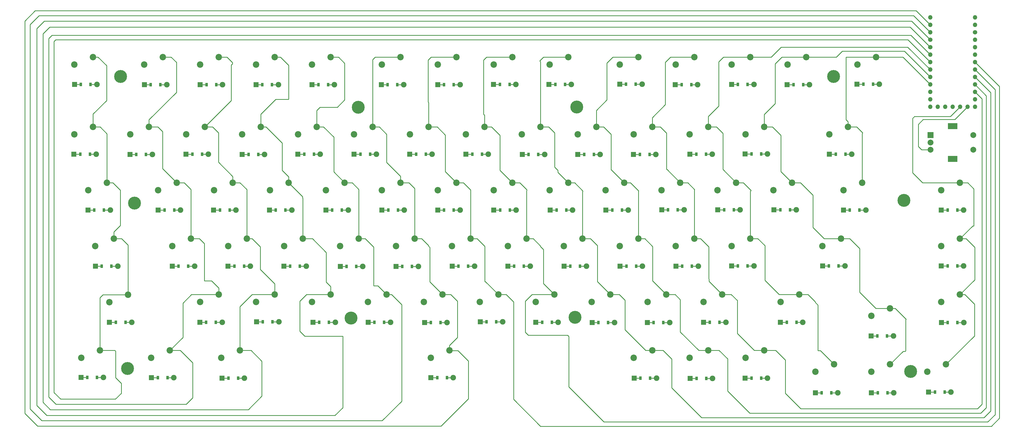
<source format=gbr>
%TF.GenerationSoftware,KiCad,Pcbnew,8.0.4*%
%TF.CreationDate,2024-09-14T21:21:30-04:00*%
%TF.ProjectId,mykeyboard2,6d796b65-7962-46f6-9172-64322e6b6963,rev?*%
%TF.SameCoordinates,Original*%
%TF.FileFunction,Copper,L1,Top*%
%TF.FilePolarity,Positive*%
%FSLAX46Y46*%
G04 Gerber Fmt 4.6, Leading zero omitted, Abs format (unit mm)*
G04 Created by KiCad (PCBNEW 8.0.4) date 2024-09-14 21:21:30*
%MOMM*%
%LPD*%
G01*
G04 APERTURE LIST*
G04 Aperture macros list*
%AMHorizOval*
0 Thick line with rounded ends*
0 $1 width*
0 $2 $3 position (X,Y) of the first rounded end (center of the circle)*
0 $4 $5 position (X,Y) of the second rounded end (center of the circle)*
0 Add line between two ends*
20,1,$1,$2,$3,$4,$5,0*
0 Add two circle primitives to create the rounded ends*
1,1,$1,$2,$3*
1,1,$1,$4,$5*%
G04 Aperture macros list end*
%TA.AperFunction,ComponentPad*%
%ADD10C,0.700000*%
%TD*%
%TA.AperFunction,ComponentPad*%
%ADD11C,4.400000*%
%TD*%
%TA.AperFunction,ComponentPad*%
%ADD12C,2.200000*%
%TD*%
%TA.AperFunction,ComponentPad*%
%ADD13R,1.778000X1.778000*%
%TD*%
%TA.AperFunction,SMDPad,CuDef*%
%ADD14R,0.900000X1.200000*%
%TD*%
%TA.AperFunction,ComponentPad*%
%ADD15C,1.905000*%
%TD*%
%TA.AperFunction,ComponentPad*%
%ADD16R,2.000000X2.000000*%
%TD*%
%TA.AperFunction,ComponentPad*%
%ADD17C,2.000000*%
%TD*%
%TA.AperFunction,ComponentPad*%
%ADD18R,3.200000X2.000000*%
%TD*%
%TA.AperFunction,ComponentPad*%
%ADD19O,1.500000X1.500000*%
%TD*%
%TA.AperFunction,ComponentPad*%
%ADD20HorizOval,1.500000X0.000000X0.000000X0.000000X0.000000X0*%
%TD*%
%TA.AperFunction,Conductor*%
%ADD21C,0.250000*%
%TD*%
G04 APERTURE END LIST*
D10*
%TO.P,_5,1*%
%TO.N,N/C*%
X237308274Y-72291726D03*
X237791548Y-71125000D03*
X237791548Y-73458452D03*
X238958274Y-70641726D03*
D11*
X238958274Y-72291726D03*
D10*
X238958274Y-73941726D03*
X240125000Y-71125000D03*
X240125000Y-73458452D03*
X240608274Y-72291726D03*
%TD*%
%TO.P,_5,1*%
%TO.N,N/C*%
X162883274Y-72341726D03*
X163366548Y-71175000D03*
X163366548Y-73508452D03*
X164533274Y-70691726D03*
D11*
X164533274Y-72341726D03*
D10*
X164533274Y-73991726D03*
X165700000Y-71175000D03*
X165700000Y-73508452D03*
X166183274Y-72341726D03*
%TD*%
%TO.P,_5,1*%
%TO.N,N/C*%
X86675000Y-105025000D03*
X87158274Y-103858274D03*
X87158274Y-106191726D03*
X88325000Y-103375000D03*
D11*
X88325000Y-105025000D03*
D10*
X88325000Y-106675000D03*
X89491726Y-103858274D03*
X89491726Y-106191726D03*
X89975000Y-105025000D03*
%TD*%
%TO.P,_5,1*%
%TO.N,N/C*%
X348733274Y-104141726D03*
X349216548Y-102975000D03*
X349216548Y-105308452D03*
X350383274Y-102491726D03*
D11*
X350383274Y-104141726D03*
D10*
X350383274Y-105791726D03*
X351550000Y-102975000D03*
X351550000Y-105308452D03*
X352033274Y-104141726D03*
%TD*%
%TO.P,_5,1*%
%TO.N,N/C*%
X236683274Y-144016726D03*
X237166548Y-142850000D03*
X237166548Y-145183452D03*
X238333274Y-142366726D03*
D11*
X238333274Y-144016726D03*
D10*
X238333274Y-145666726D03*
X239500000Y-142850000D03*
X239500000Y-145183452D03*
X239983274Y-144016726D03*
%TD*%
%TO.P,_5,1*%
%TO.N,N/C*%
X160425000Y-144250000D03*
X160908274Y-143083274D03*
X160908274Y-145416726D03*
X162075000Y-142600000D03*
D11*
X162075000Y-144250000D03*
D10*
X162075000Y-145900000D03*
X163241726Y-143083274D03*
X163241726Y-145416726D03*
X163725000Y-144250000D03*
%TD*%
%TO.P,_5,1*%
%TO.N,N/C*%
X350975000Y-162450000D03*
X351458274Y-161283274D03*
X351458274Y-163616726D03*
X352625000Y-160800000D03*
D11*
X352625000Y-162450000D03*
D10*
X352625000Y-164100000D03*
X353791726Y-161283274D03*
X353791726Y-163616726D03*
X354275000Y-162450000D03*
%TD*%
%TO.P,_5,1*%
%TO.N,N/C*%
X84275000Y-161425000D03*
X84758274Y-160258274D03*
X84758274Y-162591726D03*
X85925000Y-159775000D03*
D11*
X85925000Y-161425000D03*
D10*
X85925000Y-163075000D03*
X87091726Y-160258274D03*
X87091726Y-162591726D03*
X87575000Y-161425000D03*
%TD*%
%TO.P,_5,1*%
%TO.N,N/C*%
X81875000Y-61825000D03*
X82358274Y-60658274D03*
X82358274Y-62991726D03*
X83525000Y-60175000D03*
D11*
X83525000Y-61825000D03*
D10*
X83525000Y-63475000D03*
X84691726Y-60658274D03*
X84691726Y-62991726D03*
X85175000Y-61825000D03*
%TD*%
%TO.P,_5,1*%
%TO.N,N/C*%
X324750000Y-61825000D03*
X325233274Y-60658274D03*
X325233274Y-62991726D03*
X326400000Y-60175000D03*
D11*
X326400000Y-61825000D03*
D10*
X326400000Y-63475000D03*
X327566726Y-60658274D03*
X327566726Y-62991726D03*
X328050000Y-61825000D03*
%TD*%
D12*
%TO.P,K0,1*%
%TO.N,/Col_0*%
X74150000Y-55247500D03*
%TO.P,K0,2*%
%TO.N,Net-(D0-Pad2)*%
X67800000Y-57787500D03*
%TD*%
%TO.P,K75,1*%
%TO.N,/Col_8*%
X264650000Y-155260000D03*
%TO.P,K75,2*%
%TO.N,Net-(D75-Pad2)*%
X258300000Y-157800000D03*
%TD*%
%TO.P,K67,1*%
%TO.N,/Col_9*%
X269412500Y-136210000D03*
%TO.P,K67,2*%
%TO.N,Net-(D67-Pad2)*%
X263062500Y-138750000D03*
%TD*%
%TO.P,K2,1*%
%TO.N,/Col_2*%
X117012500Y-55247500D03*
%TO.P,K2,2*%
%TO.N,Net-(D2-Pad2)*%
X110662500Y-57787500D03*
%TD*%
%TO.P,K50,1*%
%TO.N,/Col_6*%
X202737500Y-117160000D03*
%TO.P,K50,2*%
%TO.N,Net-(D50-Pad2)*%
X196387500Y-119700000D03*
%TD*%
D13*
%TO.P,D38,1*%
%TO.N,/Row_3*%
X248865000Y-107450000D03*
D14*
X251025000Y-107450000D03*
%TO.P,D38,2*%
%TO.N,Net-(D38-Pad2)*%
X254325000Y-107450000D03*
D15*
X256485000Y-107450000D03*
%TD*%
D12*
%TO.P,K25,1*%
%TO.N,/Col_11*%
X283700000Y-79060000D03*
%TO.P,K25,2*%
%TO.N,Net-(D25-Pad2)*%
X277350000Y-81600000D03*
%TD*%
D13*
%TO.P,D11,1*%
%TO.N,/Row_5*%
X291665000Y-64550000D03*
D14*
X293825000Y-64550000D03*
%TO.P,D11,2*%
%TO.N,Net-(D11-Pad2)*%
X297125000Y-64550000D03*
D15*
X299285000Y-64550000D03*
%TD*%
D13*
%TO.P,D73,1*%
%TO.N,/Row_0*%
X118106389Y-164743788D03*
D14*
X120266389Y-164743788D03*
%TO.P,D73,2*%
%TO.N,Net-(D73-Pad2)*%
X123566389Y-164743788D03*
D15*
X125726389Y-164743788D03*
%TD*%
D12*
%TO.P,K48,1*%
%TO.N,/Col_4*%
X164637500Y-117160000D03*
%TO.P,K48,2*%
%TO.N,Net-(D48-Pad2)*%
X158287500Y-119700000D03*
%TD*%
%TO.P,K18,1*%
%TO.N,/Col_4*%
X150350000Y-79060000D03*
%TO.P,K18,2*%
%TO.N,Net-(D18-Pad2)*%
X144000000Y-81600000D03*
%TD*%
%TO.P,K10,1*%
%TO.N,/Col_10*%
X278937500Y-55247500D03*
%TO.P,K10,2*%
%TO.N,Net-(D10-Pad2)*%
X272587500Y-57787500D03*
%TD*%
D13*
%TO.P,D3,1*%
%TO.N,/Row_5*%
X129665000Y-64650000D03*
D14*
X131825000Y-64650000D03*
%TO.P,D3,2*%
%TO.N,Net-(D3-Pad2)*%
X135125000Y-64650000D03*
D15*
X137285000Y-64650000D03*
%TD*%
D13*
%TO.P,D79,1*%
%TO.N,/Row_0*%
X339265000Y-169750000D03*
D14*
X341425000Y-169750000D03*
%TO.P,D79,2*%
%TO.N,Net-(D79-Pad2)*%
X344725000Y-169750000D03*
D15*
X346885000Y-169750000D03*
%TD*%
D13*
%TO.P,D23,1*%
%TO.N,/Row_4*%
X239265000Y-88450000D03*
D14*
X241425000Y-88450000D03*
%TO.P,D23,2*%
%TO.N,Net-(D23-Pad2)*%
X244725000Y-88450000D03*
D15*
X246885000Y-88450000D03*
%TD*%
D12*
%TO.P,K57,1*%
%TO.N,Col-14*%
X369425000Y-117160000D03*
%TO.P,K57,2*%
%TO.N,Net-(D57-Pad2)*%
X363075000Y-119700000D03*
%TD*%
%TO.P,K38,1*%
%TO.N,/Col_9*%
X255125000Y-98110000D03*
%TO.P,K38,2*%
%TO.N,Net-(D38-Pad2)*%
X248775000Y-100650000D03*
%TD*%
%TO.P,K15,1*%
%TO.N,/Col_1*%
X93200000Y-79060000D03*
%TO.P,K15,2*%
%TO.N,Net-(D15-Pad2)*%
X86850000Y-81600000D03*
%TD*%
%TO.P,K74,1*%
%TO.N,/Col_5*%
X195575000Y-155250000D03*
%TO.P,K74,2*%
%TO.N,Net-(D74-Pad2)*%
X189225000Y-157790000D03*
%TD*%
%TO.P,K63,1*%
%TO.N,/Col_5*%
X193212500Y-136210000D03*
%TO.P,K63,2*%
%TO.N,Net-(D63-Pad2)*%
X186862500Y-138750000D03*
%TD*%
D13*
%TO.P,D14,1*%
%TO.N,/Row_4*%
X67665000Y-88350000D03*
D14*
X69825000Y-88350000D03*
%TO.P,D14,2*%
%TO.N,Net-(D14-Pad2)*%
X73125000Y-88350000D03*
D15*
X75285000Y-88350000D03*
%TD*%
D12*
%TO.P,K32,1*%
%TO.N,/Col_3*%
X140825000Y-98110000D03*
%TO.P,K32,2*%
%TO.N,Net-(D32-Pad2)*%
X134475000Y-100650000D03*
%TD*%
%TO.P,K20,1*%
%TO.N,/Col_6*%
X188450000Y-79060000D03*
%TO.P,K20,2*%
%TO.N,Net-(D20-Pad2)*%
X182100000Y-81600000D03*
%TD*%
D13*
%TO.P,D17,1*%
%TO.N,/Row_4*%
X124965000Y-88450000D03*
D14*
X127125000Y-88450000D03*
%TO.P,D17,2*%
%TO.N,Net-(D17-Pad2)*%
X130425000Y-88450000D03*
D15*
X132585000Y-88450000D03*
%TD*%
D13*
%TO.P,D70,1*%
%TO.N,/Row_1*%
X339165000Y-150350000D03*
D14*
X341325000Y-150350000D03*
%TO.P,D70,2*%
%TO.N,Net-(D70-Pad2)*%
X344625000Y-150350000D03*
D15*
X346785000Y-150350000D03*
%TD*%
D12*
%TO.P,K78,1*%
%TO.N,/Col_11*%
X326562500Y-160022500D03*
%TO.P,K78,2*%
%TO.N,Net-(D78-Pad2)*%
X320212500Y-162562500D03*
%TD*%
D13*
%TO.P,D76,1*%
%TO.N,/Row_0*%
X277537046Y-164851682D03*
D14*
X279697046Y-164851682D03*
%TO.P,D76,2*%
%TO.N,Net-(D76-Pad2)*%
X282997046Y-164851682D03*
D15*
X285157046Y-164851682D03*
%TD*%
D12*
%TO.P,K62,1*%
%TO.N,/Col_4*%
X174162500Y-136210000D03*
%TO.P,K62,2*%
%TO.N,Net-(D62-Pad2)*%
X167812500Y-138750000D03*
%TD*%
D13*
%TO.P,D61,1*%
%TO.N,/Row_1*%
X149065000Y-145650000D03*
D14*
X151225000Y-145650000D03*
%TO.P,D61,2*%
%TO.N,Net-(D61-Pad2)*%
X154525000Y-145650000D03*
D15*
X156685000Y-145650000D03*
%TD*%
D13*
%TO.P,D1,1*%
%TO.N,/Row_5*%
X91665000Y-64650000D03*
D14*
X93825000Y-64650000D03*
%TO.P,D1,2*%
%TO.N,Net-(D1-Pad2)*%
X97125000Y-64650000D03*
D15*
X99285000Y-64650000D03*
%TD*%
D13*
%TO.P,D49,1*%
%TO.N,/Row_2*%
X177365000Y-126650000D03*
D14*
X179525000Y-126650000D03*
%TO.P,D49,2*%
%TO.N,Net-(D49-Pad2)*%
X182825000Y-126650000D03*
D15*
X184985000Y-126650000D03*
%TD*%
D12*
%TO.P,K53,1*%
%TO.N,/Col_9*%
X259887500Y-117160000D03*
%TO.P,K53,2*%
%TO.N,Net-(D53-Pad2)*%
X253537500Y-119700000D03*
%TD*%
%TO.P,K56,1*%
%TO.N,/Col_12*%
X328945000Y-117160000D03*
%TO.P,K56,2*%
%TO.N,Net-(D56-Pad2)*%
X322595000Y-119700000D03*
%TD*%
D13*
%TO.P,D8,1*%
%TO.N,/Row_5*%
X229465000Y-64550000D03*
D14*
X231625000Y-64550000D03*
%TO.P,D8,2*%
%TO.N,Net-(D8-Pad2)*%
X234925000Y-64550000D03*
D15*
X237085000Y-64550000D03*
%TD*%
D12*
%TO.P,K7,1*%
%TO.N,/Col_7*%
X217025000Y-55247500D03*
%TO.P,K7,2*%
%TO.N,Net-(D7-Pad2)*%
X210675000Y-57787500D03*
%TD*%
D13*
%TO.P,D37,1*%
%TO.N,/Row_3*%
X229865000Y-107450000D03*
D14*
X232025000Y-107450000D03*
%TO.P,D37,2*%
%TO.N,Net-(D37-Pad2)*%
X235325000Y-107450000D03*
D15*
X237485000Y-107450000D03*
%TD*%
D12*
%TO.P,K21,1*%
%TO.N,/Col_7*%
X207500000Y-79060000D03*
%TO.P,K21,2*%
%TO.N,Net-(D21-Pad2)*%
X201150000Y-81600000D03*
%TD*%
D13*
%TO.P,D77,1*%
%TO.N,/Row_0*%
X296265000Y-164750000D03*
D14*
X298425000Y-164750000D03*
%TO.P,D77,2*%
%TO.N,Net-(D77-Pad2)*%
X301725000Y-164750000D03*
D15*
X303885000Y-164750000D03*
%TD*%
D12*
%TO.P,K6,1*%
%TO.N,/Col_6*%
X197975000Y-55247500D03*
%TO.P,K6,2*%
%TO.N,Net-(D6-Pad2)*%
X191625000Y-57787500D03*
%TD*%
D13*
%TO.P,D4,1*%
%TO.N,/Row_5*%
X148765000Y-64650000D03*
D14*
X150925000Y-64650000D03*
%TO.P,D4,2*%
%TO.N,Net-(D4-Pad2)*%
X154225000Y-64650000D03*
D15*
X156385000Y-64650000D03*
%TD*%
D12*
%TO.P,K34,1*%
%TO.N,/Col_5*%
X178925000Y-98110000D03*
%TO.P,K34,2*%
%TO.N,Net-(D34-Pad2)*%
X172575000Y-100650000D03*
%TD*%
D13*
%TO.P,D56,1*%
%TO.N,/Row_2*%
X322648757Y-126433621D03*
D14*
X324808757Y-126433621D03*
%TO.P,D56,2*%
%TO.N,Net-(D56-Pad2)*%
X328108757Y-126433621D03*
D15*
X330268757Y-126433621D03*
%TD*%
D13*
%TO.P,D62,1*%
%TO.N,/Row_1*%
X167865000Y-145650000D03*
D14*
X170025000Y-145650000D03*
%TO.P,D62,2*%
%TO.N,Net-(D62-Pad2)*%
X173325000Y-145650000D03*
D15*
X175485000Y-145650000D03*
%TD*%
D12*
%TO.P,K79,1*%
%TO.N,/Col_12*%
X345612500Y-160022500D03*
%TO.P,K79,2*%
%TO.N,Net-(D79-Pad2)*%
X339262500Y-162562500D03*
%TD*%
D13*
%TO.P,D50,1*%
%TO.N,/Row_2*%
X196465000Y-126550000D03*
D14*
X198625000Y-126550000D03*
%TO.P,D50,2*%
%TO.N,Net-(D50-Pad2)*%
X201925000Y-126550000D03*
D15*
X204085000Y-126550000D03*
%TD*%
D13*
%TO.P,D57,1*%
%TO.N,/Row_2*%
X363065000Y-126450000D03*
D14*
X365225000Y-126450000D03*
%TO.P,D57,2*%
%TO.N,Net-(D57-Pad2)*%
X368525000Y-126450000D03*
D15*
X370685000Y-126450000D03*
%TD*%
D12*
%TO.P,K55,1*%
%TO.N,/Col_11*%
X297987500Y-117160000D03*
%TO.P,K55,2*%
%TO.N,Net-(D55-Pad2)*%
X291637500Y-119700000D03*
%TD*%
D13*
%TO.P,D33,1*%
%TO.N,/Row_3*%
X153465000Y-107450000D03*
D14*
X155625000Y-107450000D03*
%TO.P,D33,2*%
%TO.N,Net-(D33-Pad2)*%
X158925000Y-107450000D03*
D15*
X161085000Y-107450000D03*
%TD*%
D13*
%TO.P,D65,1*%
%TO.N,/Row_1*%
X224965000Y-145650000D03*
D14*
X227125000Y-145650000D03*
%TO.P,D65,2*%
%TO.N,Net-(D65-Pad2)*%
X230425000Y-145650000D03*
D15*
X232585000Y-145650000D03*
%TD*%
D12*
%TO.P,K80,1*%
%TO.N,Col-14*%
X364662500Y-160022500D03*
%TO.P,K80,2*%
%TO.N,Net-(D80-Pad2)*%
X358312500Y-162562500D03*
%TD*%
D13*
%TO.P,D5,1*%
%TO.N,/Row_5*%
X172365000Y-64650000D03*
D14*
X174525000Y-64650000D03*
%TO.P,D5,2*%
%TO.N,Net-(D5-Pad2)*%
X177825000Y-64650000D03*
D15*
X179985000Y-64650000D03*
%TD*%
D12*
%TO.P,K45,1*%
%TO.N,/Col_1*%
X107487500Y-117160000D03*
%TO.P,K45,2*%
%TO.N,Net-(D45-Pad2)*%
X101137500Y-119700000D03*
%TD*%
%TO.P,K51,1*%
%TO.N,/Col_7*%
X221787500Y-117160000D03*
%TO.P,K51,2*%
%TO.N,Net-(D51-Pad2)*%
X215437500Y-119700000D03*
%TD*%
D13*
%TO.P,D74,1*%
%TO.N,/Row_0*%
X189255000Y-164550000D03*
D14*
X191415000Y-164550000D03*
%TO.P,D74,2*%
%TO.N,Net-(D74-Pad2)*%
X194715000Y-164550000D03*
D15*
X196875000Y-164550000D03*
%TD*%
D13*
%TO.P,D30,1*%
%TO.N,/Row_3*%
X96365000Y-107450000D03*
D14*
X98525000Y-107450000D03*
%TO.P,D30,2*%
%TO.N,Net-(D30-Pad2)*%
X101825000Y-107450000D03*
D15*
X103985000Y-107450000D03*
%TD*%
D13*
%TO.P,D29,1*%
%TO.N,/Row_3*%
X72465000Y-107450000D03*
D14*
X74625000Y-107450000D03*
%TO.P,D29,2*%
%TO.N,Net-(D29-Pad2)*%
X77925000Y-107450000D03*
D15*
X80085000Y-107450000D03*
%TD*%
D13*
%TO.P,D71,1*%
%TO.N,/Row_0*%
X70065000Y-164450000D03*
D14*
X72225000Y-164450000D03*
%TO.P,D71,2*%
%TO.N,Net-(D71-Pad2)*%
X75525000Y-164450000D03*
D15*
X77685000Y-164450000D03*
%TD*%
D12*
%TO.P,K59,1*%
%TO.N,/Col_1*%
X117012500Y-136210000D03*
%TO.P,K59,2*%
%TO.N,Net-(D59-Pad2)*%
X110662500Y-138750000D03*
%TD*%
D13*
%TO.P,D55,1*%
%TO.N,/Row_2*%
X291665000Y-126450000D03*
D14*
X293825000Y-126450000D03*
%TO.P,D55,2*%
%TO.N,Net-(D55-Pad2)*%
X297125000Y-126450000D03*
D15*
X299285000Y-126450000D03*
%TD*%
D13*
%TO.P,D7,1*%
%TO.N,/Row_5*%
X210565000Y-64550000D03*
D14*
X212725000Y-64550000D03*
%TO.P,D7,2*%
%TO.N,Net-(D7-Pad2)*%
X216025000Y-64550000D03*
D15*
X218185000Y-64550000D03*
%TD*%
D12*
%TO.P,K64,1*%
%TO.N,/Col_6*%
X212262500Y-136210000D03*
%TO.P,K64,2*%
%TO.N,Net-(D64-Pad2)*%
X205912500Y-138750000D03*
%TD*%
%TO.P,K47,1*%
%TO.N,/Col_3*%
X145587500Y-117160000D03*
%TO.P,K47,2*%
%TO.N,Net-(D47-Pad2)*%
X139237500Y-119700000D03*
%TD*%
%TO.P,K81,1*%
%TO.N,Col-14*%
X369415000Y-136220000D03*
%TO.P,K81,2*%
%TO.N,Net-(D43-Pad2)*%
X363065000Y-138760000D03*
%TD*%
%TO.P,K61,1*%
%TO.N,/Col_3*%
X155112500Y-136210000D03*
%TO.P,K61,2*%
%TO.N,Net-(D61-Pad2)*%
X148762500Y-138750000D03*
%TD*%
%TO.P,K14,1*%
%TO.N,/Col_0*%
X74150000Y-79060000D03*
%TO.P,K14,2*%
%TO.N,Net-(D14-Pad2)*%
X67800000Y-81600000D03*
%TD*%
D13*
%TO.P,D20,1*%
%TO.N,/Row_4*%
X182065000Y-88350000D03*
D14*
X184225000Y-88350000D03*
%TO.P,D20,2*%
%TO.N,Net-(D20-Pad2)*%
X187525000Y-88350000D03*
D15*
X189685000Y-88350000D03*
%TD*%
D12*
%TO.P,K4,1*%
%TO.N,/Col_4*%
X155112500Y-55247500D03*
%TO.P,K4,2*%
%TO.N,Net-(D4-Pad2)*%
X148762500Y-57787500D03*
%TD*%
D13*
%TO.P,D51,1*%
%TO.N,/Row_2*%
X215465000Y-126550000D03*
D14*
X217625000Y-126550000D03*
%TO.P,D51,2*%
%TO.N,Net-(D51-Pad2)*%
X220925000Y-126550000D03*
D15*
X223085000Y-126550000D03*
%TD*%
D13*
%TO.P,D59,1*%
%TO.N,/Row_1*%
X110565000Y-145650000D03*
D14*
X112725000Y-145650000D03*
%TO.P,D59,2*%
%TO.N,Net-(D59-Pad2)*%
X116025000Y-145650000D03*
D15*
X118185000Y-145650000D03*
%TD*%
D12*
%TO.P,K8,1*%
%TO.N,/Col_8*%
X236075000Y-55247500D03*
%TO.P,K8,2*%
%TO.N,Net-(D8-Pad2)*%
X229725000Y-57787500D03*
%TD*%
D13*
%TO.P,D36,1*%
%TO.N,/Row_3*%
X210665000Y-107450000D03*
D14*
X212825000Y-107450000D03*
%TO.P,D36,2*%
%TO.N,Net-(D36-Pad2)*%
X216125000Y-107450000D03*
D15*
X218285000Y-107450000D03*
%TD*%
D12*
%TO.P,K73,1*%
%TO.N,/Col_2*%
X124156250Y-155260000D03*
%TO.P,K73,2*%
%TO.N,Net-(D73-Pad2)*%
X117806250Y-157800000D03*
%TD*%
D13*
%TO.P,D75,1*%
%TO.N,/Row_0*%
X258465000Y-164750000D03*
D14*
X260625000Y-164750000D03*
%TO.P,D75,2*%
%TO.N,Net-(D75-Pad2)*%
X263925000Y-164750000D03*
D15*
X266085000Y-164750000D03*
%TD*%
D12*
%TO.P,K11,1*%
%TO.N,/Col_11*%
X297987500Y-55247500D03*
%TO.P,K11,2*%
%TO.N,Net-(D11-Pad2)*%
X291637500Y-57787500D03*
%TD*%
D13*
%TO.P,D42,1*%
%TO.N,/Row_3*%
X329756043Y-107441219D03*
D14*
X331916043Y-107441219D03*
%TO.P,D42,2*%
%TO.N,Net-(D42-Pad2)*%
X335216043Y-107441219D03*
D15*
X337376043Y-107441219D03*
%TD*%
D13*
%TO.P,D48,1*%
%TO.N,/Row_2*%
X158365000Y-126650000D03*
D14*
X160525000Y-126650000D03*
%TO.P,D48,2*%
%TO.N,Net-(D48-Pad2)*%
X163825000Y-126650000D03*
D15*
X165985000Y-126650000D03*
%TD*%
D12*
%TO.P,K22,1*%
%TO.N,/Col_8*%
X226550000Y-79060000D03*
%TO.P,K22,2*%
%TO.N,Net-(D22-Pad2)*%
X220200000Y-81600000D03*
%TD*%
D13*
%TO.P,D15,1*%
%TO.N,/Row_4*%
X86765000Y-88450000D03*
D14*
X88925000Y-88450000D03*
%TO.P,D15,2*%
%TO.N,Net-(D15-Pad2)*%
X92225000Y-88450000D03*
D15*
X94385000Y-88450000D03*
%TD*%
D12*
%TO.P,K70,1*%
%TO.N,/Col_12*%
X345612500Y-140972500D03*
%TO.P,K70,2*%
%TO.N,Net-(D70-Pad2)*%
X339262500Y-143512500D03*
%TD*%
%TO.P,K54,1*%
%TO.N,/Col_10*%
X278937500Y-117160000D03*
%TO.P,K54,2*%
%TO.N,Net-(D54-Pad2)*%
X272587500Y-119700000D03*
%TD*%
%TO.P,K52,1*%
%TO.N,/Col_8*%
X240837500Y-117160000D03*
%TO.P,K52,2*%
%TO.N,Net-(D52-Pad2)*%
X234487500Y-119700000D03*
%TD*%
%TO.P,K3,1*%
%TO.N,/Col_3*%
X136062500Y-55247500D03*
%TO.P,K3,2*%
%TO.N,Net-(D3-Pad2)*%
X129712500Y-57787500D03*
%TD*%
D13*
%TO.P,D35,1*%
%TO.N,/Row_3*%
X191565000Y-107450000D03*
D14*
X193725000Y-107450000D03*
%TO.P,D35,2*%
%TO.N,Net-(D35-Pad2)*%
X197025000Y-107450000D03*
D15*
X199185000Y-107450000D03*
%TD*%
D12*
%TO.P,K5,1*%
%TO.N,/Col_5*%
X178925000Y-55247500D03*
%TO.P,K5,2*%
%TO.N,Net-(D5-Pad2)*%
X172575000Y-57787500D03*
%TD*%
%TO.P,K26,1*%
%TO.N,/Col_12*%
X302750000Y-79060000D03*
%TO.P,K26,2*%
%TO.N,Net-(D26-Pad2)*%
X296400000Y-81600000D03*
%TD*%
D13*
%TO.P,D6,1*%
%TO.N,/Row_5*%
X191565000Y-64650000D03*
D14*
X193725000Y-64650000D03*
%TO.P,D6,2*%
%TO.N,Net-(D6-Pad2)*%
X197025000Y-64650000D03*
D15*
X199185000Y-64650000D03*
%TD*%
D12*
%TO.P,K68,1*%
%TO.N,/Col_10*%
X288462500Y-136210000D03*
%TO.P,K68,2*%
%TO.N,Net-(D68-Pad2)*%
X282112500Y-138750000D03*
%TD*%
%TO.P,K60,1*%
%TO.N,/Col_2*%
X136062500Y-136210000D03*
%TO.P,K60,2*%
%TO.N,Net-(D60-Pad2)*%
X129712500Y-138750000D03*
%TD*%
D13*
%TO.P,D34,1*%
%TO.N,/Row_3*%
X172565000Y-107450000D03*
D14*
X174725000Y-107450000D03*
%TO.P,D34,2*%
%TO.N,Net-(D34-Pad2)*%
X178025000Y-107450000D03*
D15*
X180185000Y-107450000D03*
%TD*%
D12*
%TO.P,K49,1*%
%TO.N,/Col_5*%
X183687500Y-117160000D03*
%TO.P,K49,2*%
%TO.N,Net-(D49-Pad2)*%
X177337500Y-119700000D03*
%TD*%
D13*
%TO.P,D22,1*%
%TO.N,/Row_4*%
X220365000Y-88450000D03*
D14*
X222525000Y-88450000D03*
%TO.P,D22,2*%
%TO.N,Net-(D22-Pad2)*%
X225825000Y-88450000D03*
D15*
X227985000Y-88450000D03*
%TD*%
D13*
%TO.P,D54,1*%
%TO.N,/Row_2*%
X272665000Y-126550000D03*
D14*
X274825000Y-126550000D03*
%TO.P,D54,2*%
%TO.N,Net-(D54-Pad2)*%
X278125000Y-126550000D03*
D15*
X280285000Y-126550000D03*
%TD*%
D13*
%TO.P,D64,1*%
%TO.N,/Row_1*%
X206065000Y-145550000D03*
D14*
X208225000Y-145550000D03*
%TO.P,D64,2*%
%TO.N,Net-(D64-Pad2)*%
X211525000Y-145550000D03*
D15*
X213685000Y-145550000D03*
%TD*%
D12*
%TO.P,K23,1*%
%TO.N,/Col_9*%
X245600000Y-79060000D03*
%TO.P,K23,2*%
%TO.N,Net-(D23-Pad2)*%
X239250000Y-81600000D03*
%TD*%
%TO.P,K69,1*%
%TO.N,/Col_11*%
X314656250Y-136210000D03*
%TO.P,K69,2*%
%TO.N,Net-(D69-Pad2)*%
X308306250Y-138750000D03*
%TD*%
D13*
%TO.P,D78,1*%
%TO.N,/Row_0*%
X320165000Y-169750000D03*
D14*
X322325000Y-169750000D03*
%TO.P,D78,2*%
%TO.N,Net-(D78-Pad2)*%
X325625000Y-169750000D03*
D15*
X327785000Y-169750000D03*
%TD*%
D13*
%TO.P,D44,1*%
%TO.N,/Row_2*%
X74965000Y-126550000D03*
D14*
X77125000Y-126550000D03*
%TO.P,D44,2*%
%TO.N,Net-(D44-Pad2)*%
X80425000Y-126550000D03*
D15*
X82585000Y-126550000D03*
%TD*%
D12*
%TO.P,K66,1*%
%TO.N,/Col_8*%
X250362500Y-136210000D03*
%TO.P,K66,2*%
%TO.N,Net-(D66-Pad2)*%
X244012500Y-138750000D03*
%TD*%
D13*
%TO.P,D41,1*%
%TO.N,/Row_3*%
X306065000Y-107350000D03*
D14*
X308225000Y-107350000D03*
%TO.P,D41,2*%
%TO.N,Net-(D41-Pad2)*%
X311525000Y-107350000D03*
D15*
X313685000Y-107350000D03*
%TD*%
D12*
%TO.P,K39,1*%
%TO.N,/Col_10*%
X274175000Y-98110000D03*
%TO.P,K39,2*%
%TO.N,Net-(D39-Pad2)*%
X267825000Y-100650000D03*
%TD*%
D13*
%TO.P,D19,1*%
%TO.N,/Row_4*%
X163065000Y-88350000D03*
D14*
X165225000Y-88350000D03*
%TO.P,D19,2*%
%TO.N,Net-(D19-Pad2)*%
X168525000Y-88350000D03*
D15*
X170685000Y-88350000D03*
%TD*%
D13*
%TO.P,D24,1*%
%TO.N,/Row_4*%
X258265000Y-88450000D03*
D14*
X260425000Y-88450000D03*
%TO.P,D24,2*%
%TO.N,Net-(D24-Pad2)*%
X263725000Y-88450000D03*
D15*
X265885000Y-88450000D03*
%TD*%
D13*
%TO.P,D27,1*%
%TO.N,/Row_4*%
X324965000Y-88350000D03*
D14*
X327125000Y-88350000D03*
%TO.P,D27,2*%
%TO.N,Net-(D27-Pad2)*%
X330425000Y-88350000D03*
D15*
X332585000Y-88350000D03*
%TD*%
D13*
%TO.P,D58,1*%
%TO.N,/Row_1*%
X79765000Y-145650000D03*
D14*
X81925000Y-145650000D03*
%TO.P,D58,2*%
%TO.N,Net-(D58-Pad2)*%
X85225000Y-145650000D03*
D15*
X87385000Y-145650000D03*
%TD*%
D13*
%TO.P,D53,1*%
%TO.N,/Row_2*%
X253665000Y-126550000D03*
D14*
X255825000Y-126550000D03*
%TO.P,D53,2*%
%TO.N,Net-(D53-Pad2)*%
X259125000Y-126550000D03*
D15*
X261285000Y-126550000D03*
%TD*%
D12*
%TO.P,K37,1*%
%TO.N,/Col_8*%
X236075000Y-98110000D03*
%TO.P,K37,2*%
%TO.N,Net-(D37-Pad2)*%
X229725000Y-100650000D03*
%TD*%
D13*
%TO.P,D10,1*%
%TO.N,/Row_5*%
X272465000Y-64650000D03*
D14*
X274625000Y-64650000D03*
%TO.P,D10,2*%
%TO.N,Net-(D10-Pad2)*%
X277925000Y-64650000D03*
D15*
X280085000Y-64650000D03*
%TD*%
D13*
%TO.P,D26,1*%
%TO.N,/Row_4*%
X296265000Y-88250000D03*
D14*
X298425000Y-88250000D03*
%TO.P,D26,2*%
%TO.N,Net-(D26-Pad2)*%
X301725000Y-88250000D03*
D15*
X303885000Y-88250000D03*
%TD*%
D12*
%TO.P,K29,1*%
%TO.N,/Col_0*%
X78912500Y-98110000D03*
%TO.P,K29,2*%
%TO.N,Net-(D29-Pad2)*%
X72562500Y-100650000D03*
%TD*%
D13*
%TO.P,D52,1*%
%TO.N,/Row_2*%
X234565000Y-126550000D03*
D14*
X236725000Y-126550000D03*
%TO.P,D52,2*%
%TO.N,Net-(D52-Pad2)*%
X240025000Y-126550000D03*
D15*
X242185000Y-126550000D03*
%TD*%
D13*
%TO.P,D32,1*%
%TO.N,/Row_3*%
X134265000Y-107450000D03*
D14*
X136425000Y-107450000D03*
%TO.P,D32,2*%
%TO.N,Net-(D32-Pad2)*%
X139725000Y-107450000D03*
D15*
X141885000Y-107450000D03*
%TD*%
D12*
%TO.P,K31,1*%
%TO.N,/Col_2*%
X121775000Y-98110000D03*
%TO.P,K31,2*%
%TO.N,Net-(D31-Pad2)*%
X115425000Y-100650000D03*
%TD*%
D13*
%TO.P,D9,1*%
%TO.N,/Row_5*%
X253565000Y-64450000D03*
D14*
X255725000Y-64450000D03*
%TO.P,D9,2*%
%TO.N,Net-(D9-Pad2)*%
X259025000Y-64450000D03*
D15*
X261185000Y-64450000D03*
%TD*%
D13*
%TO.P,D66,1*%
%TO.N,/Row_1*%
X244165000Y-145750000D03*
D14*
X246325000Y-145750000D03*
%TO.P,D66,2*%
%TO.N,Net-(D66-Pad2)*%
X249625000Y-145750000D03*
D15*
X251785000Y-145750000D03*
%TD*%
D13*
%TO.P,D40,1*%
%TO.N,/Row_3*%
X286965000Y-107350000D03*
D14*
X289125000Y-107350000D03*
%TO.P,D40,2*%
%TO.N,Net-(D40-Pad2)*%
X292425000Y-107350000D03*
D15*
X294585000Y-107350000D03*
%TD*%
D13*
%TO.P,D2,1*%
%TO.N,/Row_5*%
X110665000Y-64650000D03*
D14*
X112825000Y-64650000D03*
%TO.P,D2,2*%
%TO.N,Net-(D2-Pad2)*%
X116125000Y-64650000D03*
D15*
X118285000Y-64650000D03*
%TD*%
D13*
%TO.P,D69,1*%
%TO.N,/Row_1*%
X308265000Y-145650000D03*
D14*
X310425000Y-145650000D03*
%TO.P,D69,2*%
%TO.N,Net-(D69-Pad2)*%
X313725000Y-145650000D03*
D15*
X315885000Y-145650000D03*
%TD*%
D13*
%TO.P,D63,1*%
%TO.N,/Row_1*%
X187065000Y-145750000D03*
D14*
X189225000Y-145750000D03*
%TO.P,D63,2*%
%TO.N,Net-(D63-Pad2)*%
X192525000Y-145750000D03*
D15*
X194685000Y-145750000D03*
%TD*%
D13*
%TO.P,D60,1*%
%TO.N,/Row_1*%
X129865000Y-145550000D03*
D14*
X132025000Y-145550000D03*
%TO.P,D60,2*%
%TO.N,Net-(D60-Pad2)*%
X135325000Y-145550000D03*
D15*
X137485000Y-145550000D03*
%TD*%
D12*
%TO.P,K72,1*%
%TO.N,/Col_1*%
X100343750Y-155260000D03*
%TO.P,K72,2*%
%TO.N,Net-(D72-Pad2)*%
X93993750Y-157800000D03*
%TD*%
%TO.P,K44,1*%
%TO.N,/Col_0*%
X81293750Y-117160000D03*
%TO.P,K44,2*%
%TO.N,Net-(D44-Pad2)*%
X74943750Y-119700000D03*
%TD*%
%TO.P,K46,1*%
%TO.N,/Col_2*%
X126537500Y-117160000D03*
%TO.P,K46,2*%
%TO.N,Net-(D46-Pad2)*%
X120187500Y-119700000D03*
%TD*%
%TO.P,K36,1*%
%TO.N,/Col_7*%
X217025000Y-98110000D03*
%TO.P,K36,2*%
%TO.N,Net-(D36-Pad2)*%
X210675000Y-100650000D03*
%TD*%
%TO.P,K41,1*%
%TO.N,/Col_12*%
X312275000Y-98110000D03*
%TO.P,K41,2*%
%TO.N,Net-(D41-Pad2)*%
X305925000Y-100650000D03*
%TD*%
D13*
%TO.P,D0,1*%
%TO.N,/Row_5*%
X67865000Y-64550000D03*
D14*
X70025000Y-64550000D03*
%TO.P,D0,2*%
%TO.N,Net-(D0-Pad2)*%
X73325000Y-64550000D03*
D15*
X75485000Y-64550000D03*
%TD*%
D12*
%TO.P,K33,1*%
%TO.N,/Col_4*%
X159875000Y-98110000D03*
%TO.P,K33,2*%
%TO.N,Net-(D33-Pad2)*%
X153525000Y-100650000D03*
%TD*%
%TO.P,K19,1*%
%TO.N,/Col_5*%
X169400000Y-79060000D03*
%TO.P,K19,2*%
%TO.N,Net-(D19-Pad2)*%
X163050000Y-81600000D03*
%TD*%
D13*
%TO.P,D45,1*%
%TO.N,/Row_2*%
X101165000Y-126550000D03*
D14*
X103325000Y-126550000D03*
%TO.P,D45,2*%
%TO.N,Net-(D45-Pad2)*%
X106625000Y-126550000D03*
D15*
X108785000Y-126550000D03*
%TD*%
D12*
%TO.P,K40,1*%
%TO.N,/Col_11*%
X293225000Y-98110000D03*
%TO.P,K40,2*%
%TO.N,Net-(D40-Pad2)*%
X286875000Y-100650000D03*
%TD*%
D13*
%TO.P,D18,1*%
%TO.N,/Row_4*%
X143965000Y-88350000D03*
D14*
X146125000Y-88350000D03*
%TO.P,D18,2*%
%TO.N,Net-(D18-Pad2)*%
X149425000Y-88350000D03*
D15*
X151585000Y-88350000D03*
%TD*%
D13*
%TO.P,D47,1*%
%TO.N,/Row_2*%
X139165000Y-126550000D03*
D14*
X141325000Y-126550000D03*
%TO.P,D47,2*%
%TO.N,Net-(D47-Pad2)*%
X144625000Y-126550000D03*
D15*
X146785000Y-126550000D03*
%TD*%
D13*
%TO.P,D31,1*%
%TO.N,/Row_3*%
X115265000Y-107450000D03*
D14*
X117425000Y-107450000D03*
%TO.P,D31,2*%
%TO.N,Net-(D31-Pad2)*%
X120725000Y-107450000D03*
D15*
X122885000Y-107450000D03*
%TD*%
D12*
%TO.P,K16,1*%
%TO.N,/Col_2*%
X112250000Y-79060000D03*
%TO.P,K16,2*%
%TO.N,Net-(D16-Pad2)*%
X105900000Y-81600000D03*
%TD*%
D16*
%TO.P,SW2,A*%
%TO.N,Net-Rotary_A*%
X359425000Y-81875000D03*
D17*
%TO.P,SW2,B*%
%TO.N,Net-Rotary_B*%
X359425000Y-86875000D03*
%TO.P,SW2,C*%
%TO.N,Net-Rotary-GND-1*%
X359425000Y-84375000D03*
D18*
%TO.P,SW2,MP*%
%TO.N,N/C*%
X366925000Y-78775000D03*
X366925000Y-89975000D03*
D17*
%TO.P,SW2,S1*%
%TO.N,Net-Rotary-GND-1*%
X373925000Y-86875000D03*
%TO.P,SW2,S2*%
%TO.N,Net-Rotary_C*%
X373925000Y-81875000D03*
%TD*%
D12*
%TO.P,K12,1*%
%TO.N,/Col_12*%
X317037500Y-55247500D03*
%TO.P,K12,2*%
%TO.N,Net-(D12-Pad2)*%
X310687500Y-57787500D03*
%TD*%
%TO.P,K1,1*%
%TO.N,/Col_1*%
X97962500Y-55247500D03*
%TO.P,K1,2*%
%TO.N,Net-(D1-Pad2)*%
X91612500Y-57787500D03*
%TD*%
D13*
%TO.P,D16,1*%
%TO.N,/Row_4*%
X105865000Y-88350000D03*
D14*
X108025000Y-88350000D03*
%TO.P,D16,2*%
%TO.N,Net-(D16-Pad2)*%
X111325000Y-88350000D03*
D15*
X113485000Y-88350000D03*
%TD*%
D13*
%TO.P,D39,1*%
%TO.N,/Row_3*%
X267865000Y-107350000D03*
D14*
X270025000Y-107350000D03*
%TO.P,D39,2*%
%TO.N,Net-(D39-Pad2)*%
X273325000Y-107350000D03*
D15*
X275485000Y-107350000D03*
%TD*%
D12*
%TO.P,K65,1*%
%TO.N,/Col_7*%
X231312500Y-136210000D03*
%TO.P,K65,2*%
%TO.N,Net-(D65-Pad2)*%
X224962500Y-138750000D03*
%TD*%
%TO.P,K71,1*%
%TO.N,/Col_0*%
X76531250Y-155260000D03*
%TO.P,K71,2*%
%TO.N,Net-(D71-Pad2)*%
X70181250Y-157800000D03*
%TD*%
%TO.P,K35,1*%
%TO.N,/Col_6*%
X197975000Y-98110000D03*
%TO.P,K35,2*%
%TO.N,Net-(D35-Pad2)*%
X191625000Y-100650000D03*
%TD*%
%TO.P,K30,1*%
%TO.N,/Col_1*%
X102725000Y-98110000D03*
%TO.P,K30,2*%
%TO.N,Net-(D30-Pad2)*%
X96375000Y-100650000D03*
%TD*%
D13*
%TO.P,D12,1*%
%TO.N,/Row_5*%
X310565000Y-64650000D03*
D14*
X312725000Y-64650000D03*
%TO.P,D12,2*%
%TO.N,Net-(D12-Pad2)*%
X316025000Y-64650000D03*
D15*
X318185000Y-64650000D03*
%TD*%
D13*
%TO.P,D21,1*%
%TO.N,/Row_4*%
X201165000Y-88350000D03*
D14*
X203325000Y-88350000D03*
%TO.P,D21,2*%
%TO.N,Net-(D21-Pad2)*%
X206625000Y-88350000D03*
D15*
X208785000Y-88350000D03*
%TD*%
D19*
%TO.P,U1,1,D-*%
%TO.N,N/C*%
X359345000Y-41741500D03*
%TO.P,U1,2,D0*%
%TO.N,/Col_5*%
X359345000Y-44281500D03*
%TO.P,U1,3,D1*%
%TO.N,/Col_4*%
X359345000Y-46821500D03*
D20*
%TO.P,U1,4,GND*%
%TO.N,/Col_3*%
X359345000Y-49361500D03*
%TO.P,U1,5,GND*%
%TO.N,/Col_2*%
X359345000Y-51901500D03*
D19*
%TO.P,U1,6,D2*%
%TO.N,/Col_1*%
X359345000Y-54441500D03*
%TO.P,U1,7,D3*%
%TO.N,/Col_0*%
X359345000Y-56981500D03*
%TO.P,U1,8,D4*%
%TO.N,/Col_11*%
X359345000Y-59521500D03*
%TO.P,U1,9,D5*%
%TO.N,/Col_12*%
X359345000Y-62061500D03*
%TO.P,U1,10,D6*%
%TO.N,/Col_13*%
X359345000Y-64601500D03*
%TO.P,U1,11,D7*%
%TO.N,/Row_0*%
X359345000Y-67141500D03*
%TO.P,U1,12,D8*%
%TO.N,/Row_1*%
X359345000Y-69681500D03*
%TO.P,U1,13,D9*%
%TO.N,/Row_2*%
X359345000Y-72221500D03*
%TO.P,U1,14,D12*%
%TO.N,/Row_3*%
X361885000Y-72221500D03*
%TO.P,U1,15,D13*%
%TO.N,/Row_4*%
X364425000Y-72221500D03*
%TO.P,U1,16,D14*%
%TO.N,/Row_5*%
X366965000Y-72221500D03*
%TO.P,U1,17,D15*%
%TO.N,Col-14*%
X369505000Y-72221500D03*
%TO.P,U1,18,D16*%
%TO.N,Net-Rotary_B*%
X372045000Y-72221500D03*
%TO.P,U1,19,D21*%
%TO.N,Net-Rotary_A*%
X374585000Y-72221500D03*
%TO.P,U1,20,D23*%
%TO.N,Net-Rotary_C*%
X374585000Y-69681500D03*
%TO.P,U1,21,D20*%
%TO.N,/Col_10*%
X374585000Y-67141500D03*
%TO.P,U1,22,D22*%
%TO.N,/Col_9*%
X374585000Y-64601500D03*
%TO.P,U1,23,D26/A0*%
%TO.N,/Col_8*%
X374585000Y-62061500D03*
%TO.P,U1,24,D27/A1*%
%TO.N,/Col_7*%
X374585000Y-59521500D03*
%TO.P,U1,25,D28/A2*%
%TO.N,/Col_6*%
X374585000Y-56981500D03*
%TO.P,U1,26,D29/A3*%
%TO.N,N/C*%
X374585000Y-54441500D03*
%TO.P,U1,27,VCC*%
X374585000Y-51901500D03*
%TO.P,U1,28,RST*%
X374585000Y-49361500D03*
D20*
%TO.P,U1,29,GND*%
%TO.N,Net-Rotary-GND-1*%
X374585000Y-46821500D03*
D19*
%TO.P,U1,30,RAW*%
%TO.N,N/C*%
X374585000Y-44281500D03*
%TO.P,U1,31,D-*%
X374585000Y-41741500D03*
%TD*%
D12*
%TO.P,K9,1*%
%TO.N,/Col_9*%
X259887500Y-55247500D03*
%TO.P,K9,2*%
%TO.N,Net-(D9-Pad2)*%
X253537500Y-57787500D03*
%TD*%
D13*
%TO.P,D46,1*%
%TO.N,/Row_2*%
X120165000Y-126550000D03*
D14*
X122325000Y-126550000D03*
%TO.P,D46,2*%
%TO.N,Net-(D46-Pad2)*%
X125625000Y-126550000D03*
D15*
X127785000Y-126550000D03*
%TD*%
D12*
%TO.P,K13,1*%
%TO.N,/Col_13*%
X340850000Y-55247500D03*
%TO.P,K13,2*%
%TO.N,Net-(D13-Pad2)*%
X334500000Y-57787500D03*
%TD*%
%TO.P,K58,1*%
%TO.N,/Col_0*%
X86075000Y-136250000D03*
%TO.P,K58,2*%
%TO.N,Net-(D58-Pad2)*%
X79725000Y-138790000D03*
%TD*%
D13*
%TO.P,D81,1*%
%TO.N,/Row_1*%
X363095000Y-145800000D03*
D14*
X365255000Y-145800000D03*
%TO.P,D81,2*%
%TO.N,Net-(D43-Pad2)*%
X368555000Y-145800000D03*
D15*
X370715000Y-145800000D03*
%TD*%
D13*
%TO.P,D25,1*%
%TO.N,/Row_4*%
X277465000Y-88350000D03*
D14*
X279625000Y-88350000D03*
%TO.P,D25,2*%
%TO.N,Net-(D25-Pad2)*%
X282925000Y-88350000D03*
D15*
X285085000Y-88350000D03*
%TD*%
D12*
%TO.P,K77,1*%
%TO.N,/Col_10*%
X302750000Y-155260000D03*
%TO.P,K77,2*%
%TO.N,Net-(D77-Pad2)*%
X296400000Y-157800000D03*
%TD*%
%TO.P,K17,1*%
%TO.N,/Col_3*%
X131300000Y-79060000D03*
%TO.P,K17,2*%
%TO.N,Net-(D17-Pad2)*%
X124950000Y-81600000D03*
%TD*%
D13*
%TO.P,D68,1*%
%TO.N,/Row_1*%
X282065000Y-145650000D03*
D14*
X284225000Y-145650000D03*
%TO.P,D68,2*%
%TO.N,Net-(D68-Pad2)*%
X287525000Y-145650000D03*
D15*
X289685000Y-145650000D03*
%TD*%
D13*
%TO.P,D43,1*%
%TO.N,/Row_3*%
X363055000Y-107410000D03*
D14*
X365215000Y-107410000D03*
%TO.P,D43,2*%
%TO.N,Net-(D81-Pad2)*%
X368515000Y-107410000D03*
D15*
X370675000Y-107410000D03*
%TD*%
D13*
%TO.P,D67,1*%
%TO.N,/Row_1*%
X262965000Y-145750000D03*
D14*
X265125000Y-145750000D03*
%TO.P,D67,2*%
%TO.N,Net-(D67-Pad2)*%
X268425000Y-145750000D03*
D15*
X270585000Y-145750000D03*
%TD*%
D12*
%TO.P,K76,1*%
%TO.N,/Col_9*%
X283700000Y-155260000D03*
%TO.P,K76,2*%
%TO.N,Net-(D76-Pad2)*%
X277350000Y-157800000D03*
%TD*%
%TO.P,K27,1*%
%TO.N,/Col_13*%
X331325000Y-79060000D03*
%TO.P,K27,2*%
%TO.N,Net-(D27-Pad2)*%
X324975000Y-81600000D03*
%TD*%
D13*
%TO.P,D72,1*%
%TO.N,/Row_0*%
X94065000Y-164550000D03*
D14*
X96225000Y-164550000D03*
%TO.P,D72,2*%
%TO.N,Net-(D72-Pad2)*%
X99525000Y-164550000D03*
D15*
X101685000Y-164550000D03*
%TD*%
D12*
%TO.P,K24,1*%
%TO.N,/Col_10*%
X264650000Y-79060000D03*
%TO.P,K24,2*%
%TO.N,Net-(D24-Pad2)*%
X258300000Y-81600000D03*
%TD*%
%TO.P,K42,1*%
%TO.N,/Col_13*%
X336087500Y-98110000D03*
%TO.P,K42,2*%
%TO.N,Net-(D42-Pad2)*%
X329737500Y-100650000D03*
%TD*%
%TO.P,K43,1*%
%TO.N,Col-14*%
X369415000Y-98120000D03*
%TO.P,K43,2*%
%TO.N,Net-(D81-Pad2)*%
X363065000Y-100660000D03*
%TD*%
D13*
%TO.P,D13,1*%
%TO.N,/Row_5*%
X334365000Y-64450000D03*
D14*
X336525000Y-64450000D03*
%TO.P,D13,2*%
%TO.N,Net-(D13-Pad2)*%
X339825000Y-64450000D03*
D15*
X341985000Y-64450000D03*
%TD*%
D13*
%TO.P,D80,1*%
%TO.N,/Row_0*%
X358755000Y-169450000D03*
D14*
X360915000Y-169450000D03*
%TO.P,D80,2*%
%TO.N,Net-(D80-Pad2)*%
X364215000Y-169450000D03*
D15*
X366375000Y-169450000D03*
%TD*%
D21*
%TO.N,/Col_3*%
X57525000Y-42975000D02*
X352958500Y-42975000D01*
X352958500Y-42975000D02*
X359345000Y-49361500D01*
X55000000Y-45500000D02*
X57525000Y-42975000D01*
X58375000Y-177425000D02*
X55000000Y-174050000D01*
X146275000Y-150450000D02*
X159225000Y-150450000D01*
X144575000Y-148750000D02*
X146275000Y-150450000D01*
X144625000Y-138500000D02*
X144625000Y-148700000D01*
X55000000Y-174050000D02*
X55000000Y-45500000D01*
X144625000Y-148700000D02*
X144575000Y-148750000D01*
X146915000Y-136210000D02*
X144625000Y-138500000D01*
X155112500Y-136210000D02*
X146915000Y-136210000D01*
X156580000Y-177425000D02*
X58375000Y-177425000D01*
X159225000Y-174780000D02*
X156580000Y-177425000D01*
X159225000Y-150450000D02*
X159225000Y-174780000D01*
%TO.N,/Col_7*%
X222400000Y-150100000D02*
X235750000Y-150100000D01*
X236175000Y-150525000D02*
X236175000Y-167650000D01*
X221375000Y-149075000D02*
X222400000Y-150100000D01*
X235750000Y-150100000D02*
X236175000Y-150525000D01*
X221375000Y-138475000D02*
X221375000Y-149075000D01*
X223640000Y-136210000D02*
X221375000Y-138475000D01*
X231312500Y-136210000D02*
X223640000Y-136210000D01*
%TO.N,/Col_0*%
X81585000Y-155260000D02*
X76531250Y-155260000D01*
X81875000Y-155550000D02*
X81585000Y-155260000D01*
X81875000Y-164600000D02*
X81875000Y-155550000D01*
X83775000Y-166500000D02*
X81875000Y-164600000D01*
X83775000Y-169900000D02*
X83775000Y-166500000D01*
X81800000Y-171875000D02*
X83775000Y-169900000D01*
X63125000Y-171875000D02*
X81800000Y-171875000D01*
X60900000Y-169650000D02*
X63125000Y-171875000D01*
X60900000Y-49925000D02*
X60900000Y-169650000D01*
X351713500Y-49350000D02*
X61475000Y-49350000D01*
X61475000Y-49350000D02*
X60900000Y-49925000D01*
X359345000Y-56981500D02*
X351713500Y-49350000D01*
%TO.N,/Col_13*%
X331325000Y-77300000D02*
X331325000Y-79060000D01*
X330575000Y-76550000D02*
X331325000Y-77300000D01*
X340850000Y-55247500D02*
X330575000Y-55247500D01*
X330575000Y-55247500D02*
X330575000Y-76550000D01*
%TO.N,/Row_0*%
X320165000Y-169750000D02*
X322325000Y-169750000D01*
X70065000Y-164450000D02*
X72225000Y-164450000D01*
X94065000Y-164550000D02*
X96225000Y-164550000D01*
X277537046Y-164851682D02*
X279697046Y-164851682D01*
X339265000Y-169750000D02*
X341425000Y-169750000D01*
X118106389Y-164743788D02*
X120266389Y-164743788D01*
X358755000Y-169450000D02*
X360915000Y-169450000D01*
X296265000Y-164750000D02*
X298425000Y-164750000D01*
X260625000Y-164750000D02*
X258465000Y-164750000D01*
X189255000Y-164550000D02*
X191415000Y-164550000D01*
%TO.N,/Row_1*%
X308265000Y-145650000D02*
X310425000Y-145650000D01*
X339165000Y-150350000D02*
X341325000Y-150350000D01*
X129865000Y-145550000D02*
X132025000Y-145550000D01*
X246325000Y-145750000D02*
X244165000Y-145750000D01*
X227125000Y-145650000D02*
X224965000Y-145650000D01*
X81925000Y-145650000D02*
X79765000Y-145650000D01*
X151225000Y-145650000D02*
X149065000Y-145650000D01*
X187065000Y-145750000D02*
X189225000Y-145750000D01*
X112725000Y-145650000D02*
X110565000Y-145650000D01*
X265125000Y-145750000D02*
X262965000Y-145750000D01*
X363095000Y-145800000D02*
X365255000Y-145800000D01*
X206065000Y-145550000D02*
X208225000Y-145550000D01*
X170025000Y-145650000D02*
X167865000Y-145650000D01*
X282065000Y-145650000D02*
X284225000Y-145650000D01*
%TO.N,/Row_2*%
X177365000Y-126650000D02*
X179525000Y-126650000D01*
X74965000Y-126550000D02*
X77125000Y-126550000D01*
X101165000Y-126550000D02*
X103325000Y-126550000D01*
X236725000Y-126550000D02*
X234565000Y-126550000D01*
X363065000Y-126450000D02*
X365225000Y-126450000D01*
X272665000Y-126550000D02*
X274825000Y-126550000D01*
X196465000Y-126550000D02*
X198625000Y-126550000D01*
X158365000Y-126650000D02*
X160525000Y-126650000D01*
X291665000Y-126450000D02*
X293825000Y-126450000D01*
X253665000Y-126550000D02*
X255825000Y-126550000D01*
X139165000Y-126550000D02*
X141325000Y-126550000D01*
X215465000Y-126550000D02*
X217625000Y-126550000D01*
X120165000Y-126550000D02*
X122325000Y-126550000D01*
X322648757Y-126433621D02*
X324808757Y-126433621D01*
%TO.N,/Row_3*%
X74625000Y-107450000D02*
X72465000Y-107450000D01*
X308225000Y-107350000D02*
X306065000Y-107350000D01*
X117425000Y-107450000D02*
X115265000Y-107450000D01*
X232025000Y-107450000D02*
X229865000Y-107450000D01*
X289125000Y-107350000D02*
X286965000Y-107350000D01*
X251025000Y-107450000D02*
X248865000Y-107450000D01*
X136425000Y-107450000D02*
X134265000Y-107450000D01*
X267865000Y-107350000D02*
X270025000Y-107350000D01*
X363055000Y-107410000D02*
X365215000Y-107410000D01*
X153465000Y-107450000D02*
X155625000Y-107450000D01*
X193725000Y-107450000D02*
X191565000Y-107450000D01*
X174725000Y-107450000D02*
X172565000Y-107450000D01*
X212825000Y-107450000D02*
X210665000Y-107450000D01*
X329756043Y-107441219D02*
X331916043Y-107441219D01*
X98525000Y-107450000D02*
X96365000Y-107450000D01*
%TO.N,/Row_4*%
X105865000Y-88350000D02*
X108025000Y-88350000D01*
X86765000Y-88450000D02*
X88925000Y-88450000D01*
X277465000Y-88350000D02*
X279625000Y-88350000D01*
X69825000Y-88350000D02*
X67665000Y-88350000D01*
X258265000Y-88450000D02*
X260425000Y-88450000D01*
X296265000Y-88250000D02*
X298425000Y-88250000D01*
X220365000Y-88450000D02*
X222525000Y-88450000D01*
X163065000Y-88350000D02*
X165225000Y-88350000D01*
X143965000Y-88350000D02*
X146125000Y-88350000D01*
X182065000Y-88350000D02*
X184225000Y-88350000D01*
X201165000Y-88350000D02*
X203325000Y-88350000D01*
X241425000Y-88450000D02*
X239265000Y-88450000D01*
X124965000Y-88450000D02*
X127125000Y-88450000D01*
X327125000Y-88350000D02*
X324965000Y-88350000D01*
%TO.N,/Row_5*%
X334365000Y-64450000D02*
X336525000Y-64450000D01*
X291665000Y-64550000D02*
X293825000Y-64550000D01*
X172365000Y-64650000D02*
X174525000Y-64650000D01*
X253565000Y-64450000D02*
X255725000Y-64450000D01*
X129665000Y-64650000D02*
X131825000Y-64650000D01*
X210565000Y-64550000D02*
X212725000Y-64550000D01*
X310565000Y-64650000D02*
X312725000Y-64650000D01*
X110665000Y-64650000D02*
X112825000Y-64650000D01*
X272465000Y-64650000D02*
X274625000Y-64650000D01*
X67865000Y-64550000D02*
X70025000Y-64550000D01*
X91665000Y-64650000D02*
X93825000Y-64650000D01*
X191565000Y-64650000D02*
X193725000Y-64650000D01*
X148765000Y-64650000D02*
X150925000Y-64650000D01*
X229465000Y-64550000D02*
X231625000Y-64550000D01*
%TO.N,/Col_0*%
X86035000Y-136210000D02*
X86075000Y-136250000D01*
X78775000Y-70050000D02*
X74150000Y-74675000D01*
X75872500Y-55247500D02*
X78775000Y-58150000D01*
X74150000Y-55247500D02*
X75872500Y-55247500D01*
X74150000Y-79060000D02*
X76585000Y-79060000D01*
X81293750Y-117160000D02*
X83885000Y-117160000D01*
X76531250Y-155260000D02*
X76531250Y-137293750D01*
X86075000Y-119350000D02*
X86075000Y-136250000D01*
X83475000Y-112650000D02*
X81293750Y-114831250D01*
X76531250Y-137293750D02*
X77575000Y-136250000D01*
X83475000Y-100650000D02*
X83475000Y-112650000D01*
X359345000Y-56845000D02*
X359345000Y-56981500D01*
X81293750Y-114831250D02*
X81293750Y-117160000D01*
X78775000Y-58150000D02*
X78775000Y-70050000D01*
X83885000Y-117160000D02*
X86075000Y-119350000D01*
X77575000Y-136250000D02*
X86075000Y-136250000D01*
X74150000Y-74675000D02*
X74150000Y-79060000D01*
X76585000Y-79060000D02*
X78912500Y-81387500D01*
X80935000Y-98110000D02*
X83475000Y-100650000D01*
X78912500Y-98110000D02*
X80935000Y-98110000D01*
X78912500Y-81387500D02*
X78912500Y-98110000D01*
%TO.N,/Col_1*%
X97975000Y-93350000D02*
X97975000Y-93360000D01*
X112075000Y-118850000D02*
X112075000Y-131550000D01*
X359345000Y-54441500D02*
X352678500Y-47775000D01*
X105235000Y-98110000D02*
X107487500Y-100362500D01*
X102575000Y-57050000D02*
X102575000Y-67250000D01*
X97875000Y-93250000D02*
X97975000Y-93350000D01*
X104775000Y-139150000D02*
X104775000Y-150828750D01*
X107715000Y-136210000D02*
X104775000Y-139150000D01*
X114575000Y-131550000D02*
X117012500Y-133987500D01*
X117012500Y-133987500D02*
X117012500Y-136210000D01*
X112075000Y-131550000D02*
X114575000Y-131550000D01*
X97875000Y-80650000D02*
X97875000Y-93250000D01*
X105925000Y-173600000D02*
X108075000Y-171450000D01*
X107487500Y-117160000D02*
X110385000Y-117160000D01*
X104775000Y-150828750D02*
X100343750Y-155260000D01*
X93200000Y-76625000D02*
X93200000Y-79060000D01*
X108075000Y-171450000D02*
X108075000Y-159450000D01*
X352678500Y-47775000D02*
X60200000Y-47775000D01*
X102725000Y-98110000D02*
X105235000Y-98110000D01*
X107487500Y-100362500D02*
X107487500Y-117160000D01*
X110385000Y-117160000D02*
X112075000Y-118850000D01*
X97975000Y-93360000D02*
X102725000Y-98110000D01*
X108075000Y-159450000D02*
X103885000Y-155260000D01*
X102575000Y-67250000D02*
X93200000Y-76625000D01*
X100772500Y-55247500D02*
X102575000Y-57050000D01*
X59100000Y-171125000D02*
X61575000Y-173600000D01*
X61575000Y-173600000D02*
X105925000Y-173600000D01*
X60200000Y-47775000D02*
X59100000Y-48875000D01*
X59100000Y-48875000D02*
X59100000Y-171125000D01*
X117012500Y-136210000D02*
X107715000Y-136210000D01*
X103885000Y-155260000D02*
X100343750Y-155260000D01*
X93200000Y-79060000D02*
X96285000Y-79060000D01*
X96285000Y-79060000D02*
X97875000Y-80650000D01*
X97962500Y-55247500D02*
X100772500Y-55247500D01*
%TO.N,/Col_2*%
X57150000Y-172975000D02*
X57150000Y-47300000D01*
X116875000Y-91050000D02*
X121775000Y-95950000D01*
X121675000Y-57550000D02*
X121275000Y-57950000D01*
X57150000Y-47300000D02*
X59450000Y-45000000D01*
X136062500Y-136210000D02*
X128315000Y-136210000D01*
X112250000Y-79060000D02*
X114885000Y-79060000D01*
X124156250Y-155260000D02*
X127985000Y-155260000D01*
X117012500Y-55247500D02*
X119772500Y-55247500D01*
X126537500Y-117160000D02*
X128385000Y-117160000D01*
X128315000Y-136210000D02*
X124156250Y-140368750D01*
X128385000Y-117160000D02*
X131175000Y-119950000D01*
X359345000Y-51745000D02*
X359345000Y-51901500D01*
X119772500Y-55247500D02*
X121675000Y-57150000D01*
X121275000Y-70035000D02*
X112250000Y-79060000D01*
X126537500Y-100412500D02*
X126537500Y-117160000D01*
X136062500Y-132537500D02*
X136062500Y-136210000D01*
X121275000Y-57950000D02*
X121275000Y-70035000D01*
X59625000Y-175450000D02*
X57150000Y-172975000D01*
X352443500Y-45000000D02*
X359345000Y-51901500D01*
X124235000Y-98110000D02*
X126537500Y-100412500D01*
X131175000Y-127650000D02*
X136062500Y-132537500D01*
X127985000Y-155260000D02*
X131675000Y-158950000D01*
X121675000Y-57150000D02*
X121675000Y-57550000D01*
X121775000Y-95950000D02*
X121775000Y-98110000D01*
X121775000Y-98110000D02*
X124235000Y-98110000D01*
X116875000Y-81050000D02*
X116875000Y-91050000D01*
X127055000Y-175450000D02*
X59625000Y-175450000D01*
X114885000Y-79060000D02*
X116875000Y-81050000D01*
X131175000Y-119950000D02*
X131175000Y-127650000D01*
X59450000Y-45000000D02*
X352443500Y-45000000D01*
X131675000Y-158950000D02*
X131675000Y-170830000D01*
X131675000Y-170830000D02*
X127055000Y-175450000D01*
X124156250Y-140368750D02*
X124156250Y-155260000D01*
%TO.N,/Col_3*%
X148885000Y-117160000D02*
X153575000Y-121850000D01*
X138575000Y-93850000D02*
X140825000Y-96100000D01*
X138575000Y-84550000D02*
X138575000Y-93850000D01*
X140775000Y-58050000D02*
X140775000Y-69550000D01*
X153575000Y-131950000D02*
X155112500Y-133487500D01*
X140825000Y-96100000D02*
X140825000Y-98110000D01*
X140825000Y-98110000D02*
X145575000Y-102860000D01*
X131300000Y-79060000D02*
X133085000Y-79060000D01*
X131300000Y-74725000D02*
X131300000Y-79060000D01*
X145587500Y-103362500D02*
X145587500Y-117160000D01*
X136062500Y-55247500D02*
X137972500Y-55247500D01*
X133085000Y-79060000D02*
X138575000Y-84550000D01*
X153575000Y-121850000D02*
X153575000Y-131950000D01*
X136375000Y-69650000D02*
X140675000Y-69650000D01*
X155112500Y-133487500D02*
X155112500Y-136210000D01*
X140675000Y-69650000D02*
X140775000Y-69550000D01*
X145575000Y-102860000D02*
X145575000Y-103350000D01*
X145587500Y-117160000D02*
X148885000Y-117160000D01*
X145575000Y-103350000D02*
X145587500Y-103362500D01*
X137972500Y-55247500D02*
X140775000Y-58050000D01*
X136375000Y-69650000D02*
X131300000Y-74725000D01*
%TO.N,/Col_4*%
X353648500Y-41125000D02*
X359345000Y-46821500D01*
X164675000Y-100650000D02*
X164637500Y-100687500D01*
X171202500Y-133250000D02*
X174162500Y-136210000D01*
X55750000Y-41125000D02*
X353648500Y-41125000D01*
X169775000Y-120050000D02*
X169775000Y-133250000D01*
X150350000Y-79060000D02*
X152685000Y-79060000D01*
X152685000Y-79060000D02*
X156175000Y-82550000D01*
X157772500Y-55247500D02*
X159875000Y-57350000D01*
X156175000Y-94410000D02*
X159875000Y-98110000D01*
X159875000Y-69850000D02*
X157375000Y-72350000D01*
X56700000Y-179200000D02*
X52725000Y-175225000D01*
X151475000Y-72350000D02*
X150350000Y-73475000D01*
X164637500Y-100687500D02*
X164637500Y-117160000D01*
X155112500Y-55247500D02*
X157772500Y-55247500D01*
X52725000Y-175225000D02*
X52725000Y-44150000D01*
X159875000Y-98110000D02*
X162435000Y-98110000D01*
X159875000Y-57350000D02*
X159875000Y-69850000D01*
X169775000Y-133250000D02*
X171202500Y-133250000D01*
X150350000Y-73475000D02*
X150350000Y-79060000D01*
X172645000Y-179200000D02*
X56700000Y-179200000D01*
X164637500Y-117160000D02*
X166885000Y-117160000D01*
X174162500Y-136210000D02*
X175835000Y-136210000D01*
X162435000Y-98110000D02*
X164675000Y-100350000D01*
X164675000Y-100350000D02*
X164675000Y-100650000D01*
X52725000Y-44150000D02*
X55750000Y-41125000D01*
X157375000Y-72350000D02*
X151475000Y-72350000D01*
X156175000Y-82550000D02*
X156175000Y-94410000D01*
X179275000Y-172570000D02*
X172645000Y-179200000D01*
X179275000Y-139650000D02*
X179275000Y-172570000D01*
X175835000Y-136210000D02*
X179275000Y-139650000D01*
X166885000Y-117160000D02*
X169775000Y-120050000D01*
%TO.N,/Col_5*%
X188475000Y-119550000D02*
X188475000Y-119750000D01*
X183687500Y-100062500D02*
X183687500Y-117160000D01*
X196035000Y-136210000D02*
X198275000Y-138450000D01*
X178925000Y-95900000D02*
X178925000Y-98110000D01*
X188475000Y-119750000D02*
X188875000Y-120150000D01*
X198275000Y-138450000D02*
X198275000Y-150850000D01*
X174175000Y-91150000D02*
X178925000Y-95900000D01*
X195575000Y-155250000D02*
X195675000Y-155350000D01*
X186085000Y-117160000D02*
X188475000Y-119550000D01*
X201975000Y-171790000D02*
X192665000Y-181100000D01*
X50925000Y-42950000D02*
X54425000Y-39450000D01*
X178925000Y-98110000D02*
X181735000Y-98110000D01*
X195575000Y-155250000D02*
X195575000Y-153550000D01*
X354513500Y-39450000D02*
X359345000Y-44281500D01*
X192665000Y-181100000D02*
X55275000Y-181100000D01*
X195675000Y-155350000D02*
X198475000Y-155350000D01*
X193212500Y-136210000D02*
X196035000Y-136210000D01*
X174175000Y-81550000D02*
X174175000Y-91150000D01*
X183687500Y-117160000D02*
X186085000Y-117160000D01*
X188875000Y-120150000D02*
X188875000Y-131872500D01*
X195575000Y-153550000D02*
X198275000Y-150850000D01*
X178925000Y-55247500D02*
X170277500Y-55247500D01*
X54425000Y-39450000D02*
X354513500Y-39450000D01*
X188875000Y-131872500D02*
X193212500Y-136210000D01*
X169400000Y-56125000D02*
X169400000Y-79060000D01*
X50925000Y-176750000D02*
X50925000Y-42950000D01*
X198475000Y-155350000D02*
X201975000Y-158850000D01*
X181735000Y-98110000D02*
X183687500Y-100062500D01*
X55275000Y-181100000D02*
X50925000Y-176750000D01*
X201975000Y-158850000D02*
X201975000Y-171790000D01*
X170277500Y-55247500D02*
X169400000Y-56125000D01*
X169400000Y-79060000D02*
X171685000Y-79060000D01*
X171685000Y-79060000D02*
X174175000Y-81550000D01*
%TO.N,/Col_6*%
X188450000Y-70725000D02*
X188450000Y-79060000D01*
X382855000Y-178370000D02*
X382855000Y-65251500D01*
X207575000Y-131750000D02*
X207802500Y-131750000D01*
X194175000Y-81850000D02*
X194175000Y-94310000D01*
X189277500Y-55247500D02*
X188275000Y-56250000D01*
X200335000Y-98110000D02*
X202775000Y-100550000D01*
X188275000Y-70550000D02*
X188450000Y-70725000D01*
X202737500Y-117160000D02*
X204985000Y-117160000D01*
X191385000Y-79060000D02*
X194175000Y-81850000D01*
X212262500Y-136210000D02*
X214835000Y-136210000D01*
X202775000Y-100550000D02*
X202737500Y-100587500D01*
X188450000Y-79060000D02*
X191385000Y-79060000D01*
X197975000Y-55247500D02*
X189277500Y-55247500D01*
X202737500Y-100587500D02*
X202737500Y-117160000D01*
X217375000Y-138750000D02*
X217375000Y-171950000D01*
X207802500Y-131750000D02*
X212262500Y-136210000D01*
X197975000Y-98110000D02*
X200335000Y-98110000D01*
X382855000Y-65251500D02*
X374585000Y-56981500D01*
X214835000Y-136210000D02*
X217375000Y-138750000D01*
X204985000Y-117160000D02*
X207575000Y-119750000D01*
X194175000Y-94310000D02*
X197975000Y-98110000D01*
X188275000Y-56250000D02*
X188275000Y-70550000D01*
X207575000Y-119750000D02*
X207575000Y-131750000D01*
X380105000Y-181120000D02*
X382855000Y-178370000D01*
X217375000Y-171950000D02*
X226545000Y-181120000D01*
X226545000Y-181120000D02*
X380105000Y-181120000D01*
%TO.N,/Col_7*%
X217025000Y-55247500D02*
X208177500Y-55247500D01*
X221787500Y-117160000D02*
X224085000Y-117160000D01*
X217025000Y-98110000D02*
X219535000Y-98110000D01*
X221787500Y-100837500D02*
X221787500Y-117160000D01*
X378875000Y-179650000D02*
X381385000Y-177140000D01*
X207175000Y-56250000D02*
X207175000Y-74750000D01*
X219535000Y-98110000D02*
X221875000Y-100450000D01*
X209885000Y-79060000D02*
X212775000Y-81950000D01*
X207500000Y-79060000D02*
X209885000Y-79060000D01*
X227575000Y-132472500D02*
X231312500Y-136210000D01*
X221875000Y-100750000D02*
X221787500Y-100837500D01*
X207175000Y-74750000D02*
X207500000Y-75075000D01*
X248175000Y-179650000D02*
X378875000Y-179650000D01*
X381385000Y-177140000D02*
X381385000Y-66321500D01*
X221875000Y-100450000D02*
X221875000Y-100750000D01*
X224085000Y-117160000D02*
X226575000Y-119650000D01*
X212775000Y-81950000D02*
X212775000Y-93860000D01*
X381385000Y-66321500D02*
X374585000Y-59521500D01*
X227575000Y-120850000D02*
X227575000Y-132472500D01*
X207500000Y-75075000D02*
X207500000Y-79060000D01*
X226575000Y-119850000D02*
X227575000Y-120850000D01*
X236175000Y-167650000D02*
X248175000Y-179650000D01*
X226575000Y-119650000D02*
X226575000Y-119850000D01*
X208177500Y-55247500D02*
X207175000Y-56250000D01*
X212775000Y-93860000D02*
X217025000Y-98110000D01*
%TO.N,/Col_8*%
X255375000Y-148250000D02*
X262385000Y-155260000D01*
X236075000Y-98110000D02*
X238235000Y-98110000D01*
X262385000Y-155260000D02*
X264650000Y-155260000D01*
X264650000Y-155260000D02*
X268285000Y-155260000D01*
X268285000Y-155260000D02*
X271275000Y-158250000D01*
X231375000Y-81050000D02*
X231375000Y-92750000D01*
X271275000Y-158250000D02*
X271275000Y-168025000D01*
X281400000Y-178150000D02*
X377645000Y-178150000D01*
X231375000Y-92750000D02*
X232475000Y-93850000D01*
X236075000Y-55247500D02*
X227577500Y-55247500D01*
X240975000Y-100850000D02*
X240975000Y-101050000D01*
X232475000Y-94510000D02*
X236075000Y-98110000D01*
X226275000Y-56550000D02*
X226550000Y-56825000D01*
X250362500Y-136210000D02*
X253435000Y-136210000D01*
X253435000Y-136210000D02*
X255375000Y-138150000D01*
X377645000Y-178150000D02*
X379855000Y-175940000D01*
X271275000Y-168025000D02*
X281400000Y-178150000D01*
X238235000Y-98110000D02*
X240975000Y-100850000D01*
X240837500Y-101187500D02*
X240837500Y-117160000D01*
X243585000Y-117160000D02*
X245975000Y-119550000D01*
X226550000Y-79060000D02*
X229385000Y-79060000D01*
X255375000Y-138150000D02*
X255375000Y-148250000D01*
X227577500Y-55247500D02*
X226275000Y-56550000D01*
X245975000Y-131822500D02*
X250362500Y-136210000D01*
X379855000Y-67331500D02*
X374585000Y-62061500D01*
X240837500Y-117160000D02*
X243585000Y-117160000D01*
X232475000Y-93850000D02*
X232475000Y-94510000D01*
X379855000Y-175940000D02*
X379855000Y-67331500D01*
X245975000Y-119550000D02*
X245975000Y-131822500D01*
X240975000Y-101050000D02*
X240837500Y-101187500D01*
X226550000Y-56825000D02*
X226550000Y-79060000D01*
X229385000Y-79060000D02*
X231375000Y-81050000D01*
%TO.N,/Col_9*%
X250575000Y-93650000D02*
X250665000Y-93650000D01*
X245600000Y-79060000D02*
X248085000Y-79060000D01*
X259887500Y-117160000D02*
X262085000Y-117160000D01*
X274175000Y-148950000D02*
X280485000Y-155260000D01*
X250665000Y-93650000D02*
X255125000Y-98110000D01*
X251177500Y-55247500D02*
X249175000Y-57250000D01*
X245600000Y-73425000D02*
X245600000Y-79060000D01*
X249175000Y-57250000D02*
X249175000Y-69850000D01*
X262085000Y-117160000D02*
X264775000Y-119850000D01*
X259887500Y-55247500D02*
X251177500Y-55247500D01*
X297840000Y-176690000D02*
X376535000Y-176690000D01*
X287385000Y-155260000D02*
X290275000Y-158150000D01*
X272435000Y-136210000D02*
X274175000Y-137950000D01*
X257235000Y-98110000D02*
X259975000Y-100850000D01*
X250575000Y-81550000D02*
X250575000Y-93650000D01*
X264775000Y-131650000D02*
X264852500Y-131650000D01*
X274175000Y-137950000D02*
X274175000Y-148950000D01*
X249175000Y-69850000D02*
X245600000Y-73425000D01*
X280485000Y-155260000D02*
X283700000Y-155260000D01*
X378405000Y-68421500D02*
X374585000Y-64601500D01*
X290275000Y-169125000D02*
X297840000Y-176690000D01*
X290275000Y-158150000D02*
X290275000Y-169125000D01*
X378405000Y-174820000D02*
X378405000Y-68421500D01*
X259887500Y-100937500D02*
X259887500Y-117160000D01*
X376535000Y-176690000D02*
X378405000Y-174820000D01*
X264852500Y-131650000D02*
X269412500Y-136210000D01*
X264775000Y-119850000D02*
X264775000Y-131650000D01*
X269412500Y-136210000D02*
X272435000Y-136210000D01*
X255125000Y-98110000D02*
X257235000Y-98110000D01*
X259975000Y-100850000D02*
X259887500Y-100937500D01*
X283700000Y-155260000D02*
X287385000Y-155260000D01*
X248085000Y-79060000D02*
X250575000Y-81550000D01*
%TO.N,/Col_10*%
X376905000Y-69461500D02*
X374585000Y-67141500D01*
X281085000Y-117160000D02*
X283875000Y-119950000D01*
X278937500Y-117160000D02*
X281085000Y-117160000D01*
X291535000Y-136210000D02*
X293575000Y-138250000D01*
X269475000Y-81150000D02*
X269475000Y-93550000D01*
X309975000Y-158550000D02*
X309975000Y-169900000D01*
X269075000Y-57050000D02*
X269075000Y-71450000D01*
X283975000Y-130950000D02*
X283975000Y-131722500D01*
X306685000Y-155260000D02*
X309975000Y-158550000D01*
X309975000Y-169900000D02*
X315215000Y-175140000D01*
X299385000Y-155260000D02*
X302750000Y-155260000D01*
X283875000Y-130850000D02*
X283975000Y-130950000D01*
X302750000Y-155260000D02*
X306685000Y-155260000D01*
X293575000Y-138250000D02*
X293575000Y-149450000D01*
X283975000Y-131722500D02*
X288462500Y-136210000D01*
X283875000Y-119950000D02*
X283875000Y-130850000D01*
X264650000Y-79060000D02*
X267385000Y-79060000D01*
X270877500Y-55247500D02*
X269075000Y-57050000D01*
X274175000Y-98110000D02*
X276735000Y-98110000D01*
X276735000Y-98110000D02*
X279075000Y-100450000D01*
X269475000Y-93550000D02*
X269615000Y-93550000D01*
X375415000Y-175140000D02*
X376905000Y-173650000D01*
X269615000Y-93550000D02*
X274175000Y-98110000D01*
X376905000Y-173650000D02*
X376905000Y-69461500D01*
X264650000Y-75875000D02*
X264650000Y-79060000D01*
X293575000Y-149450000D02*
X299385000Y-155260000D01*
X267385000Y-79060000D02*
X269475000Y-81150000D01*
X278937500Y-55247500D02*
X270877500Y-55247500D01*
X278937500Y-100587500D02*
X278937500Y-117160000D01*
X279075000Y-100450000D02*
X278937500Y-100587500D01*
X315215000Y-175140000D02*
X375415000Y-175140000D01*
X288462500Y-136210000D02*
X291535000Y-136210000D01*
X269075000Y-71450000D02*
X264650000Y-75875000D01*
%TO.N,/Col_11*%
X297987500Y-55247500D02*
X288877500Y-55247500D01*
X297987500Y-55247500D02*
X305102500Y-55247500D01*
X298275000Y-100750000D02*
X297987500Y-101037500D01*
X320075000Y-138850000D02*
X321075000Y-139850000D01*
X321075000Y-139850000D02*
X321075000Y-155350000D01*
X297987500Y-101037500D02*
X297987500Y-117160000D01*
X321890000Y-155350000D02*
X326562500Y-160022500D01*
X286485000Y-79060000D02*
X288675000Y-81250000D01*
X302975000Y-131350000D02*
X307835000Y-136210000D01*
X288675000Y-93560000D02*
X293225000Y-98110000D01*
X283700000Y-75525000D02*
X283700000Y-79060000D01*
X293225000Y-98110000D02*
X295635000Y-98110000D01*
X288675000Y-81250000D02*
X288675000Y-93560000D01*
X287275000Y-71950000D02*
X283700000Y-75525000D01*
X302975000Y-119550000D02*
X302975000Y-131350000D01*
X321075000Y-155350000D02*
X321890000Y-155350000D01*
X307835000Y-136210000D02*
X314656250Y-136210000D01*
X308525000Y-51825000D02*
X351648500Y-51825000D01*
X300585000Y-117160000D02*
X302975000Y-119550000D01*
X283700000Y-79060000D02*
X286485000Y-79060000D01*
X317635000Y-136210000D02*
X320075000Y-138650000D01*
X295635000Y-98110000D02*
X298275000Y-100750000D01*
X288877500Y-55247500D02*
X287275000Y-56850000D01*
X305102500Y-55247500D02*
X308525000Y-51825000D01*
X314656250Y-136210000D02*
X317635000Y-136210000D01*
X287275000Y-56850000D02*
X287275000Y-71950000D01*
X297987500Y-117160000D02*
X300585000Y-117160000D01*
X320075000Y-138650000D02*
X320075000Y-138850000D01*
X351648500Y-51825000D02*
X359345000Y-59521500D01*
%TO.N,/Col_12*%
X350085000Y-155550000D02*
X345612500Y-160022500D01*
X351075000Y-144650000D02*
X350975000Y-144750000D01*
X319375000Y-113350000D02*
X323185000Y-117160000D01*
X331885000Y-117160000D02*
X335275000Y-120550000D01*
X350975000Y-155350000D02*
X350775000Y-155550000D01*
X317037500Y-55247500D02*
X308777500Y-55247500D01*
X359345000Y-61345000D02*
X359345000Y-62061500D01*
X323185000Y-117160000D02*
X328945000Y-117160000D01*
X315135000Y-98110000D02*
X319375000Y-102350000D01*
X312275000Y-98110000D02*
X315135000Y-98110000D01*
X308475000Y-94310000D02*
X312275000Y-98110000D01*
X335275000Y-135450000D02*
X340797500Y-140972500D01*
X319375000Y-102350000D02*
X319375000Y-113350000D01*
X329350000Y-53225000D02*
X350500000Y-53225000D01*
X328945000Y-117160000D02*
X331885000Y-117160000D01*
X305585000Y-79060000D02*
X308475000Y-81950000D01*
X340797500Y-140972500D02*
X345612500Y-140972500D01*
X327327500Y-55247500D02*
X329350000Y-53225000D01*
X351716500Y-54441500D02*
X350500000Y-53225000D01*
X335275000Y-120550000D02*
X335275000Y-135450000D01*
X345612500Y-140972500D02*
X347397500Y-140972500D01*
X317037500Y-55247500D02*
X327327500Y-55247500D01*
X302750000Y-74775000D02*
X302750000Y-79060000D01*
X306475000Y-71050000D02*
X302750000Y-74775000D01*
X351725000Y-54441500D02*
X351716500Y-54441500D01*
X350975000Y-144750000D02*
X350975000Y-155350000D01*
X308777500Y-55247500D02*
X306475000Y-57550000D01*
X347397500Y-140972500D02*
X351075000Y-144650000D01*
X306475000Y-57550000D02*
X306475000Y-71050000D01*
X350775000Y-155550000D02*
X350085000Y-155550000D01*
X308475000Y-81950000D02*
X308475000Y-94310000D01*
X351725000Y-54441500D02*
X359345000Y-62061500D01*
X302750000Y-79060000D02*
X305585000Y-79060000D01*
%TO.N,/Col_13*%
X331325000Y-79060000D02*
X334285000Y-79060000D01*
X336087500Y-81237500D02*
X336087500Y-98110000D01*
X334285000Y-79060000D02*
X336275000Y-81050000D01*
X336275000Y-81050000D02*
X336087500Y-81237500D01*
X340850000Y-55247500D02*
X349991000Y-55247500D01*
X349991000Y-55247500D02*
X359345000Y-64601500D01*
%TO.N,Col-14*%
X373760000Y-112825000D02*
X369425000Y-117160000D01*
X374175000Y-100400000D02*
X374150000Y-100425000D01*
X371510000Y-117160000D02*
X374450000Y-120100000D01*
X356695000Y-98120000D02*
X369415000Y-98120000D01*
X353300000Y-94725000D02*
X356695000Y-98120000D01*
X371045000Y-136220000D02*
X374350000Y-139525000D01*
X369415000Y-98120000D02*
X372070000Y-98120000D01*
X374450000Y-120100000D02*
X374450000Y-131185000D01*
X369415000Y-136220000D02*
X371045000Y-136220000D01*
X374150000Y-112825000D02*
X373760000Y-112825000D01*
X369425000Y-117160000D02*
X371510000Y-117160000D01*
X369505000Y-72221500D02*
X366201500Y-75525000D01*
X366201500Y-75525000D02*
X353925000Y-75525000D01*
X374350000Y-139525000D02*
X374350000Y-150335000D01*
X353300000Y-76150000D02*
X353300000Y-94725000D01*
X374175000Y-100225000D02*
X374175000Y-100400000D01*
X353925000Y-75525000D02*
X353300000Y-76150000D01*
X374150000Y-100425000D02*
X374150000Y-112825000D01*
X374450000Y-131185000D02*
X369415000Y-136220000D01*
X372070000Y-98120000D02*
X374175000Y-100225000D01*
X374350000Y-150335000D02*
X364662500Y-160022500D01*
%TO.N,Net-Rotary_B*%
X356375000Y-86875000D02*
X359425000Y-86875000D01*
X355250000Y-78175000D02*
X355250000Y-85750000D01*
X355250000Y-85750000D02*
X356375000Y-86875000D01*
X356900000Y-76525000D02*
X355250000Y-78175000D01*
X367741500Y-76525000D02*
X356900000Y-76525000D01*
X372045000Y-72221500D02*
X367741500Y-76525000D01*
%TO.N,Net-(D81-Pad2)*%
X368515000Y-107410000D02*
X370675000Y-107410000D01*
%TO.N,Net-(D80-Pad2)*%
X366375000Y-169450000D02*
X364215000Y-169450000D01*
%TO.N,Net-(D79-Pad2)*%
X344725000Y-169750000D02*
X346885000Y-169750000D01*
%TO.N,Net-(D78-Pad2)*%
X325625000Y-169750000D02*
X327785000Y-169750000D01*
%TO.N,Net-(D77-Pad2)*%
X301725000Y-164750000D02*
X303885000Y-164750000D01*
%TO.N,Net-(D76-Pad2)*%
X285157046Y-164851682D02*
X282997046Y-164851682D01*
%TO.N,Net-(D75-Pad2)*%
X263925000Y-164750000D02*
X266085000Y-164750000D01*
%TO.N,Net-(D74-Pad2)*%
X194715000Y-164550000D02*
X196875000Y-164550000D01*
%TO.N,Net-(D73-Pad2)*%
X123566389Y-164743788D02*
X125726389Y-164743788D01*
%TO.N,Net-(D72-Pad2)*%
X99525000Y-164550000D02*
X101685000Y-164550000D01*
%TO.N,Net-(D71-Pad2)*%
X75525000Y-164450000D02*
X77685000Y-164450000D01*
%TO.N,Net-(D70-Pad2)*%
X344625000Y-150350000D02*
X346785000Y-150350000D01*
%TO.N,Net-(D69-Pad2)*%
X315885000Y-145650000D02*
X313725000Y-145650000D01*
%TO.N,Net-(D68-Pad2)*%
X289685000Y-145650000D02*
X287525000Y-145650000D01*
%TO.N,Net-(D67-Pad2)*%
X270585000Y-145750000D02*
X268425000Y-145750000D01*
%TO.N,Net-(D66-Pad2)*%
X249625000Y-145750000D02*
X251785000Y-145750000D01*
%TO.N,Net-(D65-Pad2)*%
X230425000Y-145650000D02*
X232585000Y-145650000D01*
%TO.N,Net-(D64-Pad2)*%
X213685000Y-145550000D02*
X211525000Y-145550000D01*
%TO.N,Net-(D63-Pad2)*%
X192525000Y-145750000D02*
X194685000Y-145750000D01*
%TO.N,Net-(D62-Pad2)*%
X175485000Y-145650000D02*
X173325000Y-145650000D01*
%TO.N,Net-(D61-Pad2)*%
X154525000Y-145650000D02*
X156685000Y-145650000D01*
%TO.N,Net-(D60-Pad2)*%
X135325000Y-145550000D02*
X137485000Y-145550000D01*
%TO.N,Net-(D59-Pad2)*%
X116025000Y-145650000D02*
X118185000Y-145650000D01*
%TO.N,Net-(D58-Pad2)*%
X85225000Y-145650000D02*
X87385000Y-145650000D01*
%TO.N,Net-(D57-Pad2)*%
X368525000Y-126450000D02*
X370685000Y-126450000D01*
%TO.N,Net-(D56-Pad2)*%
X328108757Y-126433621D02*
X330268757Y-126433621D01*
%TO.N,Net-(D55-Pad2)*%
X297125000Y-126450000D02*
X299285000Y-126450000D01*
%TO.N,Net-(D54-Pad2)*%
X278125000Y-126550000D02*
X280285000Y-126550000D01*
%TO.N,Net-(D53-Pad2)*%
X259125000Y-126550000D02*
X261285000Y-126550000D01*
%TO.N,Net-(D52-Pad2)*%
X240025000Y-126550000D02*
X242185000Y-126550000D01*
%TO.N,Net-(D51-Pad2)*%
X220925000Y-126550000D02*
X223085000Y-126550000D01*
%TO.N,Net-(D50-Pad2)*%
X201925000Y-126550000D02*
X204085000Y-126550000D01*
%TO.N,Net-(D49-Pad2)*%
X182825000Y-126650000D02*
X184985000Y-126650000D01*
%TO.N,Net-(D48-Pad2)*%
X165985000Y-126650000D02*
X163825000Y-126650000D01*
%TO.N,Net-(D47-Pad2)*%
X144625000Y-126550000D02*
X146785000Y-126550000D01*
%TO.N,Net-(D46-Pad2)*%
X125625000Y-126550000D02*
X127785000Y-126550000D01*
%TO.N,Net-(D45-Pad2)*%
X106625000Y-126550000D02*
X108785000Y-126550000D01*
%TO.N,Net-(D44-Pad2)*%
X80425000Y-126550000D02*
X82585000Y-126550000D01*
%TO.N,Net-(D42-Pad2)*%
X335216043Y-107441219D02*
X337376043Y-107441219D01*
%TO.N,Net-(D41-Pad2)*%
X313685000Y-107350000D02*
X311525000Y-107350000D01*
%TO.N,Net-(D40-Pad2)*%
X294585000Y-107350000D02*
X292425000Y-107350000D01*
%TO.N,Net-(D39-Pad2)*%
X275485000Y-107350000D02*
X273325000Y-107350000D01*
%TO.N,Net-(D38-Pad2)*%
X256485000Y-107450000D02*
X254325000Y-107450000D01*
%TO.N,Net-(D37-Pad2)*%
X237485000Y-107450000D02*
X235325000Y-107450000D01*
%TO.N,Net-(D36-Pad2)*%
X218285000Y-107450000D02*
X216125000Y-107450000D01*
%TO.N,Net-(D35-Pad2)*%
X199185000Y-107450000D02*
X197025000Y-107450000D01*
%TO.N,Net-(D34-Pad2)*%
X180185000Y-107450000D02*
X178025000Y-107450000D01*
%TO.N,Net-(D33-Pad2)*%
X161085000Y-107450000D02*
X158925000Y-107450000D01*
%TO.N,Net-(D32-Pad2)*%
X141885000Y-107450000D02*
X139725000Y-107450000D01*
%TO.N,Net-(D31-Pad2)*%
X122885000Y-107450000D02*
X120725000Y-107450000D01*
%TO.N,Net-(D30-Pad2)*%
X103985000Y-107450000D02*
X101825000Y-107450000D01*
%TO.N,Net-(D29-Pad2)*%
X80085000Y-107450000D02*
X77925000Y-107450000D01*
%TO.N,Net-(D27-Pad2)*%
X330425000Y-88350000D02*
X332585000Y-88350000D01*
%TO.N,Net-(D26-Pad2)*%
X301725000Y-88250000D02*
X303885000Y-88250000D01*
%TO.N,Net-(D25-Pad2)*%
X282925000Y-88350000D02*
X285085000Y-88350000D01*
%TO.N,Net-(D24-Pad2)*%
X263725000Y-88450000D02*
X265885000Y-88450000D01*
%TO.N,Net-(D23-Pad2)*%
X244725000Y-88450000D02*
X246885000Y-88450000D01*
%TO.N,Net-(D22-Pad2)*%
X225825000Y-88450000D02*
X227985000Y-88450000D01*
%TO.N,Net-(D21-Pad2)*%
X206625000Y-88350000D02*
X208785000Y-88350000D01*
%TO.N,Net-(D20-Pad2)*%
X187525000Y-88350000D02*
X189685000Y-88350000D01*
%TO.N,Net-(D19-Pad2)*%
X168525000Y-88350000D02*
X170685000Y-88350000D01*
%TO.N,Net-(D18-Pad2)*%
X149425000Y-88350000D02*
X151585000Y-88350000D01*
%TO.N,Net-(D17-Pad2)*%
X130425000Y-88450000D02*
X132585000Y-88450000D01*
%TO.N,Net-(D16-Pad2)*%
X111325000Y-88350000D02*
X113485000Y-88350000D01*
%TO.N,Net-(D15-Pad2)*%
X92225000Y-88450000D02*
X94385000Y-88450000D01*
%TO.N,Net-(D14-Pad2)*%
X75285000Y-88350000D02*
X73125000Y-88350000D01*
%TO.N,Net-(D13-Pad2)*%
X339825000Y-64450000D02*
X341985000Y-64450000D01*
%TO.N,Net-(D12-Pad2)*%
X316025000Y-64650000D02*
X318185000Y-64650000D01*
%TO.N,Net-(D11-Pad2)*%
X297125000Y-64550000D02*
X299285000Y-64550000D01*
%TO.N,Net-(D10-Pad2)*%
X277925000Y-64650000D02*
X280085000Y-64650000D01*
%TO.N,Net-(D9-Pad2)*%
X259025000Y-64450000D02*
X261185000Y-64450000D01*
%TO.N,Net-(D8-Pad2)*%
X234925000Y-64550000D02*
X237085000Y-64550000D01*
%TO.N,Net-(D7-Pad2)*%
X216025000Y-64550000D02*
X218185000Y-64550000D01*
%TO.N,Net-(D6-Pad2)*%
X197025000Y-64650000D02*
X199185000Y-64650000D01*
%TO.N,Net-(D5-Pad2)*%
X177825000Y-64650000D02*
X179985000Y-64650000D01*
%TO.N,Net-(D4-Pad2)*%
X154225000Y-64650000D02*
X156385000Y-64650000D01*
%TO.N,Net-(D3-Pad2)*%
X135125000Y-64650000D02*
X137285000Y-64650000D01*
%TO.N,Net-(D2-Pad2)*%
X116125000Y-64650000D02*
X118285000Y-64650000D01*
%TO.N,Net-(D1-Pad2)*%
X97125000Y-64650000D02*
X99285000Y-64650000D01*
%TO.N,Net-(D0-Pad2)*%
X73325000Y-64550000D02*
X75485000Y-64550000D01*
%TO.N,Net-(D43-Pad2)*%
X368555000Y-145800000D02*
X370715000Y-145800000D01*
%TD*%
M02*

</source>
